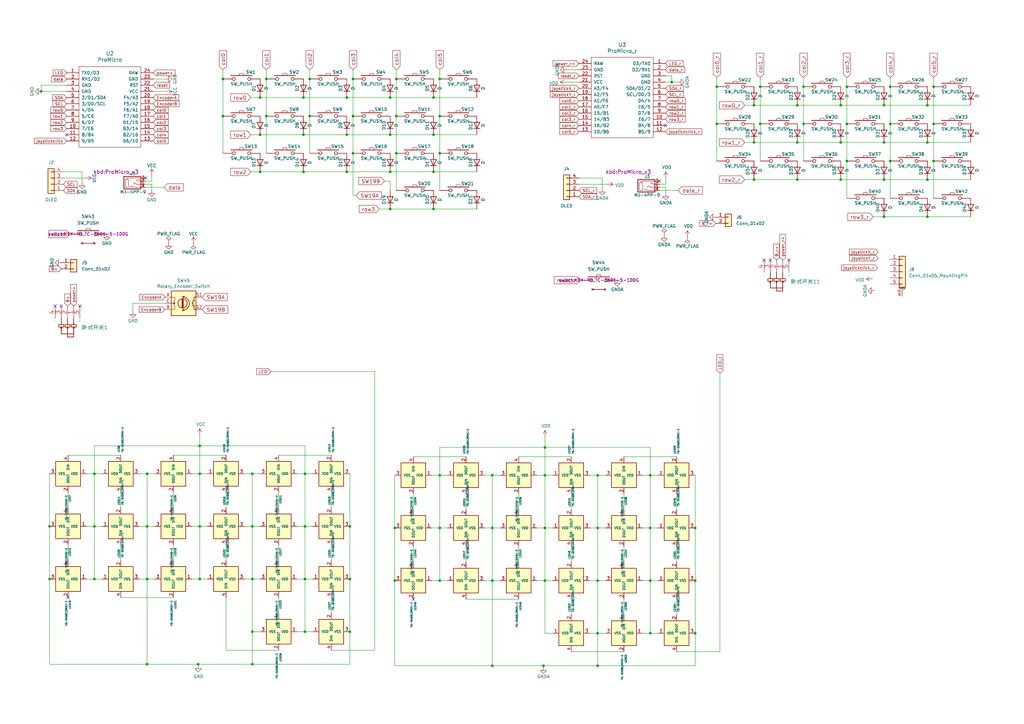
<source format=kicad_sch>
(kicad_sch (version 20230121) (generator eeschema)
  (paper "A3")
  (title_block (title "Corne Cherry") (date "2020-09-28") (rev "3.0.1") (company "foostan"))
  (junction (at 142.24 40.005))
  (junction (at 223.52 238.125))
  (junction (at 127 47.625))
  (junction (at 180.34 216.535))
  (junction (at 362.585 58.42))
  (junction (at 60.325 272.415))
  (junction (at 160.02 70.485))
  (junction (at 125.095 259.08))
  (junction (at 103.505 194.31))
  (junction (at 245.11 273.05))
  (junction (at 161.925 216.535))
  (junction (at 344.805 73.66))
  (junction (at 309.245 73.66))
  (junction (at 162.56 62.865))
  (junction (at 103.505 237.49))
  (junction (at 180.34 194.945))
  (junction (at 309.245 43.18))
  (junction (at 223.52 216.535))
  (junction (at 380.365 58.42))
  (junction (at 177.8 55.245))
  (junction (at 177.8 40.005))
  (junction (at 266.7 238.125))
  (junction (at 329.565 50.8))
  (junction (at 382.905 66.04))
  (junction (at 60.325 194.31))
  (junction (at 81.915 182.88))
  (junction (at 81.915 215.9))
  (junction (at 201.93 216.535))
  (junction (at 245.11 216.535))
  (junction (at 294.005 35.56))
  (junction (at 311.785 50.8))
  (junction (at 142.24 70.485))
  (junction (at 177.8 70.485))
  (junction (at 380.365 43.18))
  (junction (at 109.22 47.625))
  (junction (at 81.28 272.415))
  (junction (at 347.345 35.56))
  (junction (at 125.095 194.31))
  (junction (at 327.025 73.66))
  (junction (at 160.02 40.005))
  (junction (at 294.005 50.8))
  (junction (at 275.5138 33.6804))
  (junction (at 20.32 237.49))
  (junction (at 245.11 238.125))
  (junction (at 180.34 32.385))
  (junction (at 161.925 238.125))
  (junction (at 20.32 215.9))
  (junction (at 38.735 194.31))
  (junction (at 106.68 70.485))
  (junction (at 362.585 73.66))
  (junction (at 347.345 66.04))
  (junction (at 311.785 35.56))
  (junction (at 60.325 237.49))
  (junction (at 160.02 85.725))
  (junction (at 362.585 88.9))
  (junction (at 160.02 55.245))
  (junction (at 125.095 237.49))
  (junction (at 365.125 66.04))
  (junction (at 144.78 47.625))
  (junction (at 144.78 32.385))
  (junction (at 38.735 237.49))
  (junction (at 106.68 55.245))
  (junction (at 380.365 88.9))
  (junction (at 106.68 40.005))
  (junction (at 327.025 43.18))
  (junction (at 285.115 238.125))
  (junction (at 180.34 238.125))
  (junction (at 144.78 62.865))
  (junction (at 201.93 273.05))
  (junction (at 81.915 237.49))
  (junction (at 266.7 194.945))
  (junction (at 162.56 32.385))
  (junction (at 245.11 194.945))
  (junction (at 327.025 58.42))
  (junction (at 365.125 50.8))
  (junction (at 180.34 47.625))
  (junction (at 109.22 32.385))
  (junction (at 143.51 237.49))
  (junction (at 266.7 216.535))
  (junction (at 38.735 215.9))
  (junction (at 285.115 259.715))
  (junction (at 127 32.385))
  (junction (at 81.915 194.31))
  (junction (at 91.44 47.625))
  (junction (at 177.8 85.725))
  (junction (at 124.46 55.245))
  (junction (at 223.52 183.515))
  (junction (at 125.095 215.9))
  (junction (at 344.805 58.42))
  (junction (at 344.805 43.18))
  (junction (at 382.905 35.56))
  (junction (at 103.505 259.08))
  (junction (at 103.505 215.9))
  (junction (at 60.325 215.9))
  (junction (at 380.365 73.66))
  (junction (at 103.505 272.415))
  (junction (at 223.52 194.945))
  (junction (at 365.125 35.56))
  (junction (at 285.115 216.535))
  (junction (at 91.44 32.385))
  (junction (at 309.245 58.42))
  (junction (at 16.9418 37.4904))
  (junction (at 201.93 238.125))
  (junction (at 142.24 55.245))
  (junction (at 347.345 50.8))
  (junction (at 222.885 273.05))
  (junction (at 201.93 194.945))
  (junction (at 329.565 35.56))
  (junction (at 143.51 259.08))
  (junction (at 162.56 47.625))
  (junction (at 124.46 70.485))
  (junction (at 180.34 62.865))
  (junction (at 266.7 259.715))
  (junction (at 124.46 40.005))
  (junction (at 143.51 215.9))
  (junction (at 362.585 43.18))
  (junction (at 245.11 259.715))
  (junction (at 382.905 50.8))
  (no_connect (at 169.545 245.745))
  (no_connect (at 323.5706 106.68))
  (no_connect (at 59.69 73.025))
  (no_connect (at 272.9738 51.4604))
  (no_connect (at 32.766 125.5014))
  (no_connect (at 313.4106 106.68))
  (no_connect (at 27.94 245.11))
  (no_connect (at 315.9506 106.68))
  (no_connect (at 22.606 125.5014))
  (no_connect (at 25.146 125.5014))
  (no_connect (at 270.51 74.295))
  (no_connect (at 27.305 55.2704))
  (wire (pts (xy 241.935 194.945) (xy 245.11 194.945)))
  (wire (pts (xy 311.785 50.8) (xy 311.785 66.04)))
  (wire (pts (xy 92.71 229.87) (xy 92.71 223.52)))
  (wire (pts (xy 91.44 28.575) (xy 91.44 32.385)))
  (wire (pts (xy 294.005 31.75) (xy 294.005 35.56)))
  (wire (pts (xy 234.315 208.915) (xy 234.315 202.565)))
  (wire (pts (xy 106.68 40.005) (xy 124.46 40.005)))
  (wire (pts (xy 161.925 194.945) (xy 161.925 216.535)))
  (wire (pts (xy 38.735 237.49) (xy 38.735 215.9)))
  (wire (pts (xy 177.8 55.245) (xy 195.58 55.245)))
  (wire (pts (xy 26.035 73.025) (xy 34.925 73.025)))
  (wire (pts (xy 266.7 238.125) (xy 269.875 238.125)))
  (wire (pts (xy 255.905 224.155) (xy 255.905 230.505)))
  (wire (pts (xy 263.525 238.125) (xy 266.7 238.125)))
  (wire (pts (xy 71.12 245.11) (xy 49.53 245.11)))
  (wire (pts (xy 223.52 216.535) (xy 226.695 216.535)))
  (wire (pts (xy 241.935 238.125) (xy 245.11 238.125)))
  (wire (pts (xy 91.44 32.385) (xy 91.44 47.625)))
  (wire (pts (xy 309.245 73.66) (xy 327.025 73.66)))
  (wire (pts (xy 143.51 259.08) (xy 143.51 272.415)))
  (wire (pts (xy 162.56 62.865) (xy 162.56 78.105)))
  (wire (pts (xy 33.655 70.485) (xy 26.035 70.485)))
  (wire (pts (xy 62.23 74.295) (xy 62.23 71.755)))
  (wire (pts (xy 125.095 182.88) (xy 81.915 182.88)))
  (wire (pts (xy 128.27 259.08) (xy 125.095 259.08)))
  (wire (pts (xy 111.125 152.4) (xy 153.67 152.4)))
  (wire (pts (xy 162.56 32.385) (xy 162.56 47.625)))
  (wire (pts (xy 125.095 237.49) (xy 125.095 215.9)))
  (wire (pts (xy 270.51 78.105) (xy 278.13 78.105)))
  (wire (pts (xy 157.6832 74.295) (xy 160.02 74.295)))
  (wire (pts (xy 71.12 208.28) (xy 71.12 201.93)))
  (wire (pts (xy 309.245 58.42) (xy 327.025 58.42)))
  (wire (pts (xy 380.365 58.42) (xy 398.145 58.42)))
  (wire (pts (xy 177.165 216.535) (xy 180.34 216.535)))
  (wire (pts (xy 237.49 73.025) (xy 247.015 73.025)))
  (wire (pts (xy 177.8 85.725) (xy 195.58 85.725)))
  (wire (pts (xy 237.4138 33.6804) (xy 232.3338 33.6804)))
  (wire (pts (xy 285.115 273.05) (xy 245.11 273.05)))
  (wire (pts (xy 49.53 208.28) (xy 49.53 201.93)))
  (wire (pts (xy 124.46 70.485) (xy 142.24 70.485)))
  (wire (pts (xy 92.71 245.11) (xy 92.71 266.7)))
  (wire (pts (xy 106.68 70.485) (xy 124.46 70.485)))
  (wire (pts (xy 100.33 215.9) (xy 103.505 215.9)))
  (wire (pts (xy 180.34 216.535) (xy 180.34 194.945)))
  (wire (pts (xy 380.365 88.9) (xy 398.145 88.9)))
  (wire (pts (xy 183.515 238.125) (xy 180.34 238.125)))
  (wire (pts (xy 223.52 194.945) (xy 226.695 194.945)))
  (wire (pts (xy 125.095 194.31) (xy 121.92 194.31)))
  (wire (pts (xy 114.3 223.52) (xy 114.3 229.87)))
  (wire (pts (xy 220.345 216.535) (xy 223.52 216.535)))
  (wire (pts (xy 143.51 272.415) (xy 103.505 272.415)))
  (wire (pts (xy 382.905 66.04) (xy 382.905 81.28)))
  (wire (pts (xy 263.525 216.535) (xy 266.7 216.535)))
  (wire (pts (xy 245.11 238.125) (xy 248.285 238.125)))
  (wire (pts (xy 125.095 194.31) (xy 125.095 215.9)))
  (wire (pts (xy 277.495 224.155) (xy 277.495 230.505)))
  (wire (pts (xy 269.875 259.715) (xy 266.7 259.715)))
  (wire (pts (xy 125.095 259.08) (xy 125.095 237.49)))
  (wire (pts (xy 38.735 194.31) (xy 41.91 194.31)))
  (wire (pts (xy 20.32 237.49) (xy 20.32 272.415)))
  (wire (pts (xy 237.4138 28.6004) (xy 232.3338 28.6004)))
  (wire (pts (xy 241.935 216.535) (xy 245.11 216.535)))
  (wire (pts (xy 33.655 74.93) (xy 33.655 70.485)))
  (wire (pts (xy 191.135 230.505) (xy 191.135 224.155)))
  (wire (pts (xy 161.925 238.125) (xy 161.925 273.05)))
  (wire (pts (xy 234.315 230.505) (xy 234.315 224.155)))
  (wire (pts (xy 81.915 237.49) (xy 85.09 237.49)))
  (wire (pts (xy 106.68 259.08) (xy 103.505 259.08)))
  (wire (pts (xy 198.755 216.535) (xy 201.93 216.535)))
  (wire (pts (xy 329.565 31.75) (xy 329.565 35.56)))
  (wire (pts (xy 380.365 43.18) (xy 398.145 43.18)))
  (wire (pts (xy 237.49 75.565) (xy 248.92 75.565)))
  (wire (pts (xy 127 32.385) (xy 127 47.625)))
  (wire (pts (xy 102.87 40.005) (xy 106.68 40.005)))
  (wire (pts (xy 177.8 70.485) (xy 195.58 70.485)))
  (wire (pts (xy 223.52 183.515) (xy 180.34 183.515)))
  (wire (pts (xy 128.27 194.31) (xy 125.095 194.31)))
  (wire (pts (xy 266.7 194.945) (xy 263.525 194.945)))
  (wire (pts (xy 201.93 273.05) (xy 222.885 273.05)))
  (wire (pts (xy 124.46 55.245) (xy 142.24 55.245)))
  (wire (pts (xy 92.71 186.69) (xy 71.12 186.69)))
  (wire (pts (xy 169.545 224.155) (xy 169.545 230.505)))
  (wire (pts (xy 180.34 47.625) (xy 180.34 62.865)))
  (wire (pts (xy 234.315 187.325) (xy 212.725 187.325)))
  (wire (pts (xy 272.9738 31.1404) (xy 275.5138 31.1404)))
  (wire (pts (xy 266.7 259.715) (xy 263.525 259.715)))
  (wire (pts (xy 223.52 238.125) (xy 226.695 238.125)))
  (wire (pts (xy 59.69 75.565) (xy 62.23 75.565)))
  (wire (pts (xy 62.865 32.4104) (xy 67.945 32.4104)))
  (wire (pts (xy 81.915 182.88) (xy 38.735 182.88)))
  (wire (pts (xy 212.725 245.745) (xy 191.135 245.745)))
  (wire (pts (xy 161.925 216.535) (xy 161.925 238.125)))
  (wire (pts (xy 38.735 215.9) (xy 41.91 215.9)))
  (wire (pts (xy 305.435 58.42) (xy 309.245 58.42)))
  (wire (pts (xy 277.495 245.745) (xy 277.495 252.095)))
  (wire (pts (xy 245.11 216.535) (xy 248.285 216.535)))
  (wire (pts (xy 177.165 238.125) (xy 180.34 238.125)))
  (wire (pts (xy 153.67 266.7) (xy 135.89 266.7)))
  (wire (pts (xy 143.51 194.31) (xy 143.51 215.9)))
  (wire (pts (xy 92.71 208.28) (xy 92.71 201.93)))
  (wire (pts (xy 60.325 272.415) (xy 81.28 272.415)))
  (wire (pts (xy 143.51 215.9) (xy 143.51 237.49)))
  (wire (pts (xy 344.805 43.18) (xy 362.585 43.18)))
  (wire (pts (xy 180.34 194.945) (xy 180.34 183.515)))
  (wire (pts (xy 91.44 47.625) (xy 91.44 62.865)))
  (wire (pts (xy 177.165 194.945) (xy 180.34 194.945)))
  (wire (pts (xy 362.585 73.66) (xy 380.365 73.66)))
  (wire (pts (xy 305.435 43.18) (xy 309.245 43.18)))
  (wire (pts (xy 144.78 28.575) (xy 144.78 32.385)))
  (wire (pts (xy 81.915 215.9) (xy 81.915 194.31)))
  (wire (pts (xy 59.69 76.835) (xy 67.31 76.835)))
  (wire (pts (xy 365.125 35.56) (xy 365.125 50.8)))
  (wire (pts (xy 155.575 85.725) (xy 160.02 85.725)))
  (wire (pts (xy 201.93 238.125) (xy 201.93 273.05)))
  (wire (pts (xy 109.22 47.625) (xy 109.22 62.865)))
  (wire (pts (xy 81.28 272.415) (xy 81.28 273.05)))
  (wire (pts (xy 81.915 194.31) (xy 81.915 182.88)))
  (wire (pts (xy 59.69 74.295) (xy 62.23 74.295)))
  (wire (pts (xy 60.325 237.49) (xy 60.325 272.415)))
  (wire (pts (xy 223.52 179.07) (xy 223.52 183.515)))
  (wire (pts (xy 220.345 194.945) (xy 223.52 194.945)))
  (wire (pts (xy 124.46 40.005) (xy 142.24 40.005)))
  (wire (pts (xy 41.91 237.49) (xy 38.735 237.49)))
  (wire (pts (xy 160.02 40.005) (xy 177.8 40.005)))
  (wire (pts (xy 255.905 245.745) (xy 255.905 252.095)))
  (wire (pts (xy 201.93 216.535) (xy 205.105 216.535)))
  (wire (pts (xy 255.905 202.565) (xy 255.905 208.915)))
  (wire (pts (xy 160.02 74.295) (xy 160.02 78.105)))
  (wire (pts (xy 347.345 31.75) (xy 347.345 35.56)))
  (wire (pts (xy 294.005 35.56) (xy 294.005 50.8)))
  (wire (pts (xy 329.565 50.8) (xy 329.565 66.04)))
  (wire (pts (xy 121.92 237.49) (xy 125.095 237.49)))
  (wire (pts (xy 309.245 43.18) (xy 327.025 43.18)))
  (wire (pts (xy 311.785 31.75) (xy 311.785 35.56)))
  (wire (pts (xy 20.32 194.31) (xy 20.32 215.9)))
  (wire (pts (xy 270.51 75.565) (xy 273.05 75.565)))
  (wire (pts (xy 245.11 216.535) (xy 245.11 238.125)))
  (wire (pts (xy 135.89 186.69) (xy 114.3 186.69)))
  (wire (pts (xy 153.67 152.4) (xy 153.67 266.7)))
  (wire (pts (xy 135.89 245.11) (xy 135.89 251.46)))
  (wire (pts (xy 180.34 216.535) (xy 183.515 216.535)))
  (wire (pts (xy 180.34 194.945) (xy 183.515 194.945)))
  (wire (pts (xy 295.275 267.335) (xy 277.495 267.335)))
  (wire (pts (xy 201.93 238.125) (xy 205.105 238.125)))
  (wire (pts (xy 125.095 259.08) (xy 121.92 259.08)))
  (wire (pts (xy 347.345 66.04) (xy 347.345 81.28)))
  (wire (pts (xy 191.135 187.325) (xy 169.545 187.325)))
  (wire (pts (xy 35.56 194.31) (xy 38.735 194.31)))
  (wire (pts (xy 146.0754 80.1878) (xy 144.78 80.1878)))
  (wire (pts (xy 285.115 259.715) (xy 285.115 273.05)))
  (wire (pts (xy 81.28 272.415) (xy 103.505 272.415)))
  (wire (pts (xy 125.095 182.88) (xy 125.095 194.31)))
  (wire (pts (xy 222.885 273.05) (xy 245.11 273.05)))
  (wire (pts (xy 35.56 215.9) (xy 38.735 215.9)))
  (wire (pts (xy 81.915 178.435) (xy 81.915 182.88)))
  (wire (pts (xy 223.52 194.945) (xy 223.52 183.515)))
  (wire (pts (xy 35.56 237.49) (xy 38.735 237.49)))
  (wire (pts (xy 160.02 85.725) (xy 177.8 85.725)))
  (wire (pts (xy 223.52 238.125) (xy 223.52 216.535)))
  (wire (pts (xy 54.5338 127.762) (xy 54.5338 124.4092)))
  (wire (pts (xy 327.025 73.66) (xy 344.805 73.66)))
  (wire (pts (xy 54.5338 124.4092) (xy 67.6656 124.4092)))
  (wire (pts (xy 177.8 40.005) (xy 195.58 40.005)))
  (wire (pts (xy 57.15 215.9) (xy 60.325 215.9)))
  (wire (pts (xy 114.3 245.11) (xy 114.3 251.46)))
  (wire (pts (xy 201.93 216.535) (xy 201.93 238.125)))
  (wire (pts (xy 144.78 32.385) (xy 144.78 47.625)))
  (wire (pts (xy 362.585 58.42) (xy 380.365 58.42)))
  (wire (pts (xy 191.135 208.915) (xy 191.135 202.565)))
  (wire (pts (xy 273.05 75.565) (xy 273.05 73.025)))
  (wire (pts (xy 57.15 194.31) (xy 60.325 194.31)))
  (wire (pts (xy 114.3 201.93) (xy 114.3 208.28)))
  (wire (pts (xy 245.11 259.715) (xy 245.11 273.05)))
  (wire (pts (xy 60.325 237.49) (xy 63.5 237.49)))
  (wire (pts (xy 106.68 55.245) (xy 124.46 55.245)))
  (wire (pts (xy 277.495 202.565) (xy 277.495 208.915)))
  (wire (pts (xy 38.735 215.9) (xy 38.735 194.31)))
  (wire (pts (xy 144.78 80.1878) (xy 144.78 62.865)))
  (wire (pts (xy 266.7 183.515) (xy 223.52 183.515)))
  (wire (pts (xy 198.755 238.125) (xy 201.93 238.125)))
  (wire (pts (xy 295.275 153.035) (xy 295.275 267.335)))
  (wire (pts (xy 245.11 259.715) (xy 241.935 259.715)))
  (wire (pts (xy 201.93 273.05) (xy 161.925 273.05)))
  (wire (pts (xy 201.93 194.945) (xy 201.93 216.535)))
  (wire (pts (xy 205.105 194.945) (xy 201.93 194.945)))
  (wire (pts (xy 106.68 194.31) (xy 103.505 194.31)))
  (wire (pts (xy 27.94 223.52) (xy 27.94 229.87)))
  (wire (pts (xy 266.7 259.715) (xy 266.7 238.125)))
  (wire (pts (xy 234.315 252.095) (xy 234.315 245.745)))
  (wire (pts (xy 311.785 35.56) (xy 311.785 50.8)))
  (wire (pts (xy 16.9418 37.4904) (xy 16.9418 34.9758)))
  (wire (pts (xy 223.52 238.125) (xy 223.52 259.715)))
  (wire (pts (xy 365.125 66.04) (xy 365.125 81.28)))
  (wire (pts (xy 16.9418 37.4904) (xy 27.305 37.4904)))
  (wire (pts (xy 109.22 32.385) (xy 109.22 47.625)))
  (wire (pts (xy 247.015 73.025) (xy 247.015 77.47)))
  (wire (pts (xy 362.585 43.18) (xy 380.365 43.18)))
  (wire (pts (xy 103.505 259.08) (xy 103.505 272.415)))
  (wire (pts (xy 277.495 187.325) (xy 255.905 187.325)))
  (wire (pts (xy 266.7 183.515) (xy 266.7 194.945)))
  (wire (pts (xy 222.885 273.05) (xy 222.885 273.685)))
  (wire (pts (xy 16.9672 34.9758) (xy 16.9672 34.9504)))
  (wire (pts (xy 103.505 194.31) (xy 103.505 215.9)))
  (wire (pts (xy 285.115 194.945) (xy 285.115 216.535)))
  (wire (pts (xy 63.5 194.31) (xy 60.325 194.31)))
  (wire (pts (xy 20.32 215.9) (xy 20.32 237.49)))
  (wire (pts (xy 266.7 194.945) (xy 266.7 216.535)))
  (wire (pts (xy 125.095 215.9) (xy 128.27 215.9)))
  (wire (pts (xy 109.22 28.575) (xy 109.22 32.385)))
  (wire (pts (xy 60.325 194.31) (xy 60.325 215.9)))
  (wire (pts (xy 81.915 237.49) (xy 81.915 215.9)))
  (wire (pts (xy 285.115 216.535) (xy 285.115 238.125)))
  (wire (pts (xy 382.905 31.75) (xy 382.905 35.56)))
  (wire (pts (xy 49.53 229.87) (xy 49.53 223.52)))
  (wire (pts (xy 362.585 88.9) (xy 380.365 88.9)))
  (wire (pts (xy 248.285 259.715) (xy 245.11 259.715)))
  (wire (pts (xy 223.52 259.715) (xy 226.695 259.715)))
  (wire (pts (xy 344.805 58.42) (xy 362.585 58.42)))
  (wire (pts (xy 212.725 224.155) (xy 212.725 230.505)))
  (wire (pts (xy 275.5138 33.6804) (xy 272.9738 33.6804)))
  (wire (pts (xy 127 47.625) (xy 127 62.865)))
  (wire (pts (xy 266.7 216.535) (xy 269.875 216.535)))
  (wire (pts (xy 78.74 237.49) (xy 81.915 237.49)))
  (wire (pts (xy 60.325 272.415) (xy 20.32 272.415)))
  (wire (pts (xy 121.92 215.9) (xy 125.095 215.9)))
  (wire (pts (xy 100.33 237.49) (xy 103.505 237.49)))
  (wire (pts (xy 125.095 237.49) (xy 128.27 237.49)))
  (wire (pts (xy 142.24 40.005) (xy 160.02 40.005)))
  (wire (pts (xy 103.505 237.49) (xy 103.505 259.08)))
  (wire (pts (xy 78.74 194.31) (xy 81.915 194.31)))
  (wire (pts (xy 347.345 50.8) (xy 347.345 66.04)))
  (wire (pts (xy 60.325 215.9) (xy 60.325 237.49)))
  (wire (pts (xy 169.545 202.565) (xy 169.545 208.915)))
  (wire (pts (xy 62.23 75.565) (xy 62.23 78.105)))
  (wire (pts (xy 143.51 237.49) (xy 143.51 259.08)))
  (wire (pts (xy 71.12 223.52) (xy 71.12 229.87)))
  (wire (pts (xy 382.905 50.8) (xy 382.905 66.04)))
  (wire (pts (xy 347.345 35.56) (xy 347.345 50.8)))
  (wire (pts (xy 27.94 201.93) (xy 27.94 208.28)))
  (wire (pts (xy 62.865 37.4904) (xy 68.0212 37.4904)))
  (wire (pts (xy 220.345 238.125) (xy 223.52 238.125)))
  (wire (pts (xy 270.51 76.835) (xy 273.05 76.835)))
  (wire (pts (xy 273.05 76.835) (xy 273.05 79.375)))
  (wire (pts (xy 198.755 194.945) (xy 201.93 194.945)))
  (wire (pts (xy 144.78 47.625) (xy 144.78 62.865)))
  (wire (pts (xy 135.89 223.52) (xy 135.89 229.87)))
  (wire (pts (xy 327.025 58.42) (xy 344.805 58.42)))
  (wire (pts (xy 223.52 216.535) (xy 223.52 194.945)))
  (wire (pts (xy 344.805 73.66) (xy 362.585 73.66)))
  (wire (pts (xy 255.905 267.335) (xy 234.315 267.335)))
  (wire (pts (xy 162.56 28.575) (xy 162.56 32.385)))
  (wire (pts (xy 102.87 70.485) (xy 106.68 70.485)))
  (wire (pts (xy 248.285 194.945) (xy 245.11 194.945)))
  (wire (pts (xy 285.115 238.125) (xy 285.115 259.715)))
  (wire (pts (xy 92.71 266.7) (xy 114.3 266.7)))
  (wire (pts (xy 382.905 35.56) (xy 382.905 50.8)))
  (wire (pts (xy 305.435 73.66) (xy 309.245 73.66)))
  (wire (pts (xy 160.02 70.485) (xy 177.8 70.485)))
  (wire (pts (xy 49.53 186.69) (xy 27.94 186.69)))
  (wire (pts (xy 365.125 50.8) (xy 365.125 66.04)))
  (wire (pts (xy 180.34 238.125) (xy 180.34 216.535)))
  (wire (pts (xy 16.9672 34.9504) (xy 27.305 34.9504)))
  (wire (pts (xy 142.24 70.485) (xy 160.02 70.485)))
  (wire (pts (xy 212.725 208.915) (xy 212.725 202.565)))
  (wire (pts (xy 245.11 238.125) (xy 245.11 259.715)))
  (wire (pts (xy 380.365 73.66) (xy 398.145 73.66)))
  (wire (pts (xy 102.87 55.245) (xy 106.68 55.245)))
  (wire (pts (xy 365.125 31.75) (xy 365.125 35.56)))
  (wire (pts (xy 16.9418 34.9758) (xy 16.9672 34.9758)))
  (wire (pts (xy 103.505 215.9) (xy 103.505 237.49)))
  (wire (pts (xy 278.0538 33.6804) (xy 275.5138 33.6804)))
  (wire (pts (xy 127 28.575) (xy 127 32.385)))
  (wire (pts (xy 38.735 194.31) (xy 38.735 182.88)))
  (wire (pts (xy 269.875 194.945) (xy 266.7 194.945)))
  (wire (pts (xy 358.14 88.9) (xy 362.585 88.9)))
  (wire (pts (xy 103.505 215.9) (xy 106.68 215.9)))
  (wire (pts (xy 135.89 201.93) (xy 135.89 208.28)))
  (wire (pts (xy 100.33 194.31) (xy 103.505 194.31)))
  (wire (pts (xy 180.34 32.385) (xy 180.34 47.625)))
  (wire (pts (xy 266.7 238.125) (xy 266.7 216.535)))
  (wire (pts (xy 81.915 194.31) (xy 85.09 194.31)))
  (wire (pts (xy 162.56 47.625) (xy 162.56 62.865)))
  (wire (pts (xy 57.15 237.49) (xy 60.325 237.49)))
  (wire (pts (xy 329.565 35.56) (xy 329.565 50.8)))
  (wire (pts (xy 103.505 237.49) (xy 106.68 237.49)))
  (wire (pts (xy 245.11 194.945) (xy 245.11 216.535)))
  (wire (pts (xy 142.24 55.245) (xy 160.02 55.245)))
  (wire (pts (xy 294.005 50.8) (xy 294.005 66.04)))
  (wire (pts (xy 157.6832 74.2696) (xy 157.6832 74.295)))
  (wire (pts (xy 60.325 215.9) (xy 63.5 215.9)))
  (wire (pts (xy 160.02 55.245) (xy 177.8 55.245)))
  (wire (pts (xy 180.34 62.865) (xy 180.34 78.105)))
  (wire (pts (xy 81.915 215.9) (xy 85.09 215.9)))
  (wire (pts (xy 78.74 215.9) (xy 81.915 215.9)))
  (wire (pts (xy 327.025 43.18) (xy 344.805 43.18)))
  (wire (pts (xy 275.5138 31.1404) (xy 275.5138 33.6804)))
  (wire (pts (xy 180.34 28.575) (xy 180.34 32.385)))
  (global_label "row3_r" (shape input) (at 358.14 88.9 180) (effects (font (size 1.524 1.524))) (property "Intersheetrefs" "${INTERSHEET_REFS}" (effects hide)))
  (global_label "joystickY_r" (shape input) (at 360.172 105.8672 180) (effects (font (size 1.1938 1.1938))) (property "Intersheetrefs" "${INTERSHEET_REFS}" (effects hide)))
  (global_label "col0" (shape input) (at 91.44 28.575 90) (effects (font (size 1.524 1.524))) (property "Intersheetrefs" "${INTERSHEET_REFS}" (effects hide)))
  (global_label "SCL_r" (shape input) (at 237.49 78.105 0) (effects (font (size 1.1938 1.1938))) (property "Intersheetrefs" "${INTERSHEET_REFS}" (effects hide)))
  (global_label "reset" (shape input) (at 28.575 95.9866 180) (effects (font (size 1.524 1.524))) (property "Intersheetrefs" "${INTERSHEET_REFS}" (effects hide)))
  (global_label "LED_r" (shape input) (at 295.275 153.035 90) (property "Intersheetrefs" "${INTERSHEET_REFS}" (effects hide)))
  (global_label "LED" (shape input) (at 27.305 29.8704 180) (effects (font (size 1.1938 1.1938))) (property "Intersheetrefs" "${INTERSHEET_REFS}" (effects hide)))
  (global_label "LED" (shape input) (at 111.125 152.4 180) (property "Intersheetrefs" "${INTERSHEET_REFS}" (effects hide)))
  (global_label "col1" (shape input) (at 109.22 28.575 90) (effects (font (size 1.524 1.524))) (property "Intersheetrefs" "${INTERSHEET_REFS}" (effects hide)))
  (global_label "col1_r" (shape input) (at 237.4138 43.8404 180) (effects (font (size 1.1938 1.1938))) (property "Intersheetrefs" "${INTERSHEET_REFS}" (effects hide)))
  (global_label "B_r+" (shape input) (at 293.624 91.6178 180) (effects (font (size 1.1938 1.1938))) (property "Intersheetrefs" "${INTERSHEET_REFS}" (effects hide)))
  (global_label "row0" (shape input) (at 102.87 40.005 180) (effects (font (size 1.524 1.524))) (property "Intersheetrefs" "${INTERSHEET_REFS}" (effects hide)))
  (global_label "data" (shape input) (at 27.305 32.4104 180) (effects (font (size 1.1938 1.1938))) (property "Intersheetrefs" "${INTERSHEET_REFS}" (effects hide)))
  (global_label "data_r" (shape input) (at 272.9738 28.6004 0) (effects (font (size 1.1938 1.1938))) (property "Intersheetrefs" "${INTERSHEET_REFS}" (effects hide)))
  (global_label "SW19A" (shape input) (at 146.0754 80.1878 0) (effects (font (size 1.524 1.524))) (property "Intersheetrefs" "${INTERSHEET_REFS}" (effects hide)))
  (global_label "row1_r" (shape input) (at 305.435 58.42 180) (effects (font (size 1.524 1.524))) (property "Intersheetrefs" "${INTERSHEET_REFS}" (effects hide)))
  (global_label "row2" (shape input) (at 102.87 70.485 180) (effects (font (size 1.524 1.524))) (property "Intersheetrefs" "${INTERSHEET_REFS}" (effects hide)))
  (global_label "joystickclick_r" (shape input) (at 272.9738 54.0004 0) (effects (font (size 1.1938 1.1938))) (property "Intersheetrefs" "${INTERSHEET_REFS}" (effects hide)))
  (global_label "B+" (shape input) (at 25.146 110.2868 180) (effects (font (size 1.1938 1.1938))) (property "Intersheetrefs" "${INTERSHEET_REFS}" (effects hide)))
  (global_label "data_r" (shape input) (at 278.13 78.105 0) (effects (font (size 1.524 1.524))) (property "Intersheetrefs" "${INTERSHEET_REFS}" (effects hide)))
  (global_label "LED_r" (shape input) (at 272.9738 26.0604 0) (effects (font (size 1.1938 1.1938))) (property "Intersheetrefs" "${INTERSHEET_REFS}" (effects hide)))
  (global_label "SCL" (shape input) (at 26.035 75.565 0) (effects (font (size 1.1938 1.1938))) (property "Intersheetrefs" "${INTERSHEET_REFS}" (effects hide)))
  (global_label "col0_r" (shape input) (at 237.4138 41.3004 180) (effects (font (size 1.1938 1.1938))) (property "Intersheetrefs" "${INTERSHEET_REFS}" (effects hide)))
  (global_label "power_r+" (shape input) (at 321.0306 106.68 90) (effects (font (size 1.1938 1.1938))) (property "Intersheetrefs" "${INTERSHEET_REFS}" (effects hide)))
  (global_label "col4_r" (shape input) (at 237.4138 51.4604 180) (effects (font (size 1.1938 1.1938))) (property "Intersheetrefs" "${INTERSHEET_REFS}" (effects hide)))
  (global_label "power+" (shape input) (at 62.865 29.8704 0) (effects (font (size 1.1938 1.1938))) (property "Intersheetrefs" "${INTERSHEET_REFS}" (effects hide)))
  (global_label "row1" (shape input) (at 102.87 55.245 180) (effects (font (size 1.524 1.524))) (property "Intersheetrefs" "${INTERSHEET_REFS}" (effects hide)))
  (global_label "SDA" (shape input) (at 26.035 78.105 0) (effects (font (size 1.1938 1.1938))) (property "Intersheetrefs" "${INTERSHEET_REFS}" (effects hide)))
  (global_label "joystickX_r" (shape input) (at 237.4138 36.2204 180) (effects (font (size 1.1938 1.1938))) (property "Intersheetrefs" "${INTERSHEET_REFS}" (effects hide)))
  (global_label "reset" (shape input) (at 62.865 34.9504 0) (effects (font (size 1.1938 1.1938))) (property "Intersheetrefs" "${INTERSHEET_REFS}" (effects hide)))
  (global_label "joystickY_r" (shape input) (at 237.4138 38.7604 180) (effects (font (size 1.1938 1.1938))) (property "Intersheetrefs" "${INTERSHEET_REFS}" (effects hide)))
  (global_label "col2" (shape input) (at 127 28.575 90) (effects (font (size 1.524 1.524))) (property "Intersheetrefs" "${INTERSHEET_REFS}" (effects hide)))
  (global_label "SCL_r" (shape input) (at 272.9738 38.7604 0) (effects (font (size 1.1938 1.1938))) (property "Intersheetrefs" "${INTERSHEET_REFS}" (effects hide)))
  (global_label "col2" (shape input) (at 62.865 50.1904 0) (effects (font (size 1.1938 1.1938))) (property "Intersheetrefs" "${INTERSHEET_REFS}" (effects hide)))
  (global_label "col3_r" (shape input) (at 237.4138 48.9204 180) (effects (font (size 1.1938 1.1938))) (property "Intersheetrefs" "${INTERSHEET_REFS}" (effects hide)))
  (global_label "row1_r" (shape input) (at 272.9738 43.8404 0) (effects (font (size 1.1938 1.1938))) (property "Intersheetrefs" "${INTERSHEET_REFS}" (effects hide)))
  (global_label "row1" (shape input) (at 27.305 47.6504 180) (effects (font (size 1.1938 1.1938))) (property "Intersheetrefs" "${INTERSHEET_REFS}" (effects hide)))
  (global_label "col0_r" (shape input) (at 294.005 31.75 90) (effects (font (size 1.524 1.524))) (property "Intersheetrefs" "${INTERSHEET_REFS}" (effects hide)))
  (global_label "row0_r" (shape input) (at 305.435 43.18 180) (effects (font (size 1.524 1.524))) (property "Intersheetrefs" "${INTERSHEET_REFS}" (effects hide)))
  (global_label "row2" (shape input) (at 27.305 50.1904 180) (effects (font (size 1.1938 1.1938))) (property "Intersheetrefs" "${INTERSHEET_REFS}" (effects hide)))
  (global_label "row0" (shape input) (at 27.305 45.1104 180) (effects (font (size 1.1938 1.1938))) (property "Intersheetrefs" "${INTERSHEET_REFS}" (effects hide)))
  (global_label "joystickclick" (shape input) (at 27.305 57.8104 180) (effects (font (size 1.1938 1.1938))) (property "Intersheetrefs" "${INTERSHEET_REFS}" (effects hide)))
  (global_label "EncoderA" (shape input) (at 67.6656 121.8692 180) (effects (font (size 1.1938 1.1938))) (property "Intersheetrefs" "${INTERSHEET_REFS}" (effects hide)))
  (global_label "col0" (shape input) (at 62.865 45.1104 0) (effects (font (size 1.1938 1.1938))) (property "Intersheetrefs" "${INTERSHEET_REFS}" (effects hide)))
  (global_label "col5_r" (shape input) (at 382.905 31.75 90) (effects (font (size 1.524 1.524))) (property "Intersheetrefs" "${INTERSHEET_REFS}" (effects hide)))
  (global_label "col5" (shape input) (at 180.34 28.575 90) (effects (font (size 1.524 1.524))) (property "Intersheetrefs" "${INTERSHEET_REFS}" (effects hide)))
  (global_label "col5" (shape input) (at 62.865 57.8104 0) (effects (font (size 1.1938 1.1938))) (property "Intersheetrefs" "${INTERSHEET_REFS}" (effects hide)))
  (global_label "SCL" (shape input) (at 27.305 42.5704 180) (effects (font (size 1.1938 1.1938))) (property "Intersheetrefs" "${INTERSHEET_REFS}" (effects hide)))
  (global_label "col5_r" (shape input) (at 237.4138 54.0004 180) (effects (font (size 1.1938 1.1938))) (property "Intersheetrefs" "${INTERSHEET_REFS}" (effects hide)))
  (global_label "row3_r" (shape input) (at 272.9738 48.9204 0) (effects (font (size 1.1938 1.1938))) (property "Intersheetrefs" "${INTERSHEET_REFS}" (effects hide)))
  (global_label "EncoderB" (shape input) (at 62.865 42.5704 0) (effects (font (size 1.1938 1.1938))) (property "Intersheetrefs" "${INTERSHEET_REFS}" (effects hide)))
  (global_label "joystickX_r" (shape input) (at 360.172 103.3272 180) (effects (font (size 1.1938 1.1938))) (property "Intersheetrefs" "${INTERSHEET_REFS}" (effects hide)))
  (global_label "SW19B" (shape input) (at 157.6832 74.2696 180) (effects (font (size 1.524 1.524))) (property "Intersheetrefs" "${INTERSHEET_REFS}" (effects hide)))
  (global_label "row3" (shape input) (at 155.575 85.725 180) (effects (font (size 1.524 1.524))) (property "Intersheetrefs" "${INTERSHEET_REFS}" (effects hide)))
  (global_label "row0_r" (shape input) (at 272.9738 41.3004 0) (effects (font (size 1.1938 1.1938))) (property "Intersheetrefs" "${INTERSHEET_REFS}" (effects hide)))
  (global_label "col1" (shape input) (at 62.865 47.6504 0) (effects (font (size 1.1938 1.1938))) (property "Intersheetrefs" "${INTERSHEET_REFS}" (effects hide)))
  (global_label "col4" (shape input) (at 162.56 28.575 90) (effects (font (size 1.524 1.524))) (property "Intersheetrefs" "${INTERSHEET_REFS}" (effects hide)))
  (global_label "col4" (shape input) (at 62.865 55.2704 0) (effects (font (size 1.1938 1.1938))) (property "Intersheetrefs" "${INTERSHEET_REFS}" (effects hide)))
  (global_label "EncoderA" (shape input) (at 62.865 40.0304 0) (effects (font (size 1.1938 1.1938))) (property "Intersheetrefs" "${INTERSHEET_REFS}" (effects hide)))
  (global_label "col4_r" (shape input) (at 365.125 31.75 90) (effects (font (size 1.524 1.524))) (property "Intersheetrefs" "${INTERSHEET_REFS}" (effects hide)))
  (global_label "col1_r" (shape input) (at 311.785 31.75 90) (effects (font (size 1.524 1.524))) (property "Intersheetrefs" "${INTERSHEET_REFS}" (effects hide)))
  (global_label "row2_r" (shape input) (at 305.435 73.66 180) (effects (font (size 1.524 1.524))) (property "Intersheetrefs" "${INTERSHEET_REFS}" (effects hide)))
  (global_label "SDA_r" (shape input) (at 272.9738 36.2204 0) (effects (font (size 1.1938 1.1938))) (property "Intersheetrefs" "${INTERSHEET_REFS}" (effects hide)))
  (global_label "power_r+" (shape input) (at 237.4138 26.0604 180) (effects (font (size 1.1938 1.1938))) (property "Intersheetrefs" "${INTERSHEET_REFS}" (effects hide)))
  (global_label "EncoderB" (shape input) (at 67.6656 126.9492 180) (effects (font (size 1.1938 1.1938))) (property "Intersheetrefs" "${INTERSHEET_REFS}" (effects hide)))
  (global_label "SW19B" (shape input) (at 82.9056 126.9492 0) (effects (font (size 1.524 1.524))) (property "Intersheetrefs" "${INTERSHEET_REFS}" (effects hide)))
  (global_label "power+" (shape input) (at 30.226 125.5014 90) (effects (font (size 1.1938 1.1938))) (property "Intersheetrefs" "${INTERSHEET_REFS}" (effects hide)))
  (global_label "SDA" (shape input) (at 27.305 40.0304 180) (effects (font (size 1.1938 1.1938))) (property "Intersheetrefs" "${INTERSHEET_REFS}" (effects hide)))
  (global_label "row2_r" (shape input) (at 272.9738 46.3804 0) (effects (font (size 1.1938 1.1938))) (property "Intersheetrefs" "${INTERSHEET_REFS}" (effects hide)))
  (global_label "col2_r" (shape input) (at 329.565 31.75 90) (effects (font (size 1.524 1.524))) (property "Intersheetrefs" "${INTERSHEET_REFS}" (effects hide)))
  (global_label "SW19A" (shape input) (at 82.9056 121.8692 0) (effects (font (size 1.524 1.524))) (property "Intersheetrefs" "${INTERSHEET_REFS}" (effects hide)))
  (global_label "col3_r" (shape input) (at 347.345 31.75 90) (effects (font (size 1.524 1.524))) (property "Intersheetrefs" "${INTERSHEET_REFS}" (effects hide)))
  (global_label "col2_r" (shape input) (at 237.4138 46.3804 180) (effects (font (size 1.1938 1.1938))) (property "Intersheetrefs" "${INTERSHEET_REFS}" (effects hide)))
  (global_label "reset_r" (shape input) (at 237.4138 31.1404 180) (effects (font (size 1.1938 1.1938))) (property "Intersheetrefs" "${INTERSHEET_REFS}" (effects hide)))
  (global_label "joystickclick_r" (shape input) (at 359.9688 109.8296 180) (effects (font (size 1.1938 1.1938))) (property "Intersheetrefs" "${INTERSHEET_REFS}" (effects hide)))
  (global_label "SDA_r" (shape input) (at 237.49 80.645 0) (effects (font (size 1.1938 1.1938))) (property "Intersheetrefs" "${INTERSHEET_REFS}" (effects hide)))
  (global_label "reset_r" (shape input) (at 237.9472 114.9096 180) (effects (font (size 1.524 1.524))) (property "Intersheetrefs" "${INTERSHEET_REFS}" (effects hide)))
  (global_label "col3" (shape input) (at 144.78 28.575 90) (effects (font (size 1.524 1.524))) (property "Intersheetrefs" "${INTERSHEET_REFS}" (effects hide)))
  (global_label "row3" (shape input) (at 27.305 52.7304 180) (effects (font (size 1.1938 1.1938))) (property "Intersheetrefs" "${INTERSHEET_REFS}" (effects hide)))
  (global_label "B_r+" (shape input) (at 318.4906 106.68 90) (effects (font (size 1.1938 1.1938))) (property "Intersheetrefs" "${INTERSHEET_REFS}" (effects hide)))
  (global_label "data" (shape input) (at 67.31 76.835 0) (effects (font (size 1.524 1.524))) (property "Intersheetrefs" "${INTERSHEET_REFS}" (effects hide)))
  (global_label "col3" (shape input) (at 62.865 52.7304 0) (effects (font (size 1.1938 1.1938))) (property "Intersheetrefs" "${INTERSHEET_REFS}" (effects hide)))
  (global_label "B+" (shape input) (at 27.686 125.5014 90) (effects (font (size 1.1938 1.1938))) (property "Intersheetrefs" "${INTERSHEET_REFS}" (effects hide)))
  (symbol (lib_id "kbd:SW_PUSH") (at 116.84 32.385 0) (unit 1)
    (property "Reference" "SW2" (at 120.65 29.591 0))
    (property "Value" "SW_PUSH" (at 116.84 34.417 0))
    (property "Footprint" "kbd:CherryMX_Hotswap" (effects hide))
  )
  (symbol (lib_id "Device:D") (at 124.46 36.195 90) (unit 1)
    (property "Reference" "D2" (at 121.92 36.195 0))
    (property "Value" "D" (at 127 36.195 0))
    (property "Footprint" "kbd:D3_SMD_v2" (effects hide))
  )
  (symbol (lib_id "kbd:SW_PUSH") (at 134.62 32.385 0) (unit 1)
    (property "Reference" "SW3" (at 138.43 29.591 0))
    (property "Value" "SW_PUSH" (at 134.62 34.417 0))
    (property "Footprint" "kbd:CherryMX_Hotswap" (effects hide))
  )
  (symbol (lib_id "Device:D") (at 142.24 36.195 90) (unit 1)
    (property "Reference" "D3" (at 139.7 36.195 0))
    (property "Value" "D" (at 144.78 36.195 0))
    (property "Footprint" "kbd:D3_SMD_v2" (effects hide))
  )
  (symbol (lib_id "kbd:SW_PUSH") (at 152.4 32.385 0) (unit 1)
    (property "Reference" "SW4" (at 156.21 29.591 0))
    (property "Value" "SW_PUSH" (at 152.4 34.417 0))
    (property "Footprint" "kbd:CherryMX_Hotswap" (effects hide))
  )
  (symbol (lib_id "kbd:SW_PUSH") (at 170.18 32.385 0) (unit 1)
    (property "Reference" "SW5" (at 173.99 29.591 0))
    (property "Value" "SW_PUSH" (at 170.18 34.417 0))
    (property "Footprint" "kbd:CherryMX_Hotswap" (effects hide))
  )
  (symbol (lib_id "kbd:SW_PUSH") (at 187.96 32.385 0) (unit 1)
    (property "Reference" "SW6" (at 191.77 29.591 0))
    (property "Value" "SW_PUSH" (at 187.96 34.417 0))
    (property "Footprint" "kbd:CherryMX_Hotswap" (effects hide))
  )
  (symbol (lib_id "Device:D") (at 160.02 36.195 90) (unit 1)
    (property "Reference" "D4" (at 157.48 36.195 0))
    (property "Value" "D" (at 162.56 36.195 0))
    (property "Footprint" "kbd:D3_SMD_v2" (effects hide))
  )
  (symbol (lib_id "Device:D") (at 177.8 36.195 90) (unit 1)
    (property "Reference" "D5" (at 175.26 36.195 0))
    (property "Value" "D" (at 180.34 36.195 0))
    (property "Footprint" "kbd:D3_SMD_v2" (effects hide))
  )
  (symbol (lib_id "Device:D") (at 195.58 36.195 90) (unit 1)
    (property "Reference" "D6" (at 193.04 36.195 0))
    (property "Value" "D" (at 198.12 36.195 0))
    (property "Footprint" "kbd:D3_SMD_v2" (effects hide))
  )
  (symbol (lib_id "kbd:SW_PUSH") (at 99.06 32.385 0) (unit 1)
    (property "Reference" "SW1" (at 102.87 29.591 0))
    (property "Value" "SW_PUSH" (at 99.06 34.417 0))
    (property "Footprint" "kbd:CherryMX_Hotswap" (effects hide))
  )
  (symbol (lib_id "Device:D") (at 106.68 36.195 90) (unit 1)
    (property "Reference" "D1" (at 104.14 36.195 0))
    (property "Value" "D" (at 109.22 36.195 0))
    (property "Footprint" "kbd:D3_SMD_v2" (effects hide))
  )
  (symbol (lib_id "kbd:SW_PUSH") (at 116.84 47.625 0) (unit 1)
    (property "Reference" "SW8" (at 120.65 44.831 0))
    (property "Value" "SW_PUSH" (at 116.84 49.657 0))
    (property "Footprint" "kbd:CherryMX_Hotswap" (effects hide))
  )
  (symbol (lib_id "Device:D") (at 124.46 51.435 90) (unit 1)
    (property "Reference" "D8" (at 121.92 51.435 0))
    (property "Value" "D" (at 127 51.435 0))
    (property "Footprint" "kbd:D3_SMD_v2" (effects hide))
  )
  (symbol (lib_id "kbd:SW_PUSH") (at 134.62 47.625 0) (unit 1)
    (property "Reference" "SW9" (at 138.43 44.831 0))
    (property "Value" "SW_PUSH" (at 134.62 49.657 0))
    (property "Footprint" "kbd:CherryMX_Hotswap" (effects hide))
  )
  (symbol (lib_id "Device:D") (at 142.24 51.435 90) (unit 1)
    (property "Reference" "D9" (at 139.7 51.435 0))
    (property "Value" "D" (at 144.78 51.435 0))
    (property "Footprint" "kbd:D3_SMD_v2" (effects hide))
  )
  (symbol (lib_id "kbd:SW_PUSH") (at 152.4 47.625 0) (unit 1)
    (property "Reference" "SW10" (at 156.21 44.831 0))
    (property "Value" "SW_PUSH" (at 152.4 49.657 0))
    (property "Footprint" "kbd:CherryMX_Hotswap" (effects hide))
  )
  (symbol (lib_id "kbd:SW_PUSH") (at 170.18 47.625 0) (unit 1)
    (property "Reference" "SW11" (at 173.99 44.831 0))
    (property "Value" "SW_PUSH" (at 170.18 49.657 0))
    (property "Footprint" "kbd:CherryMX_Hotswap" (effects hide))
  )
  (symbol (lib_id "kbd:SW_PUSH") (at 187.96 47.625 0) (unit 1)
    (property "Reference" "SW12" (at 191.77 44.831 0))
    (property "Value" "SW_PUSH" (at 187.96 49.657 0))
    (property "Footprint" "kbd:CherryMX_Hotswap" (effects hide))
  )
  (symbol (lib_id "Device:D") (at 160.02 51.435 90) (unit 1)
    (property "Reference" "D10" (at 157.48 51.435 0))
    (property "Value" "D" (at 162.56 51.435 0))
    (property "Footprint" "kbd:D3_SMD_v2" (effects hide))
  )
  (symbol (lib_id "Device:D") (at 177.8 51.435 90) (unit 1)
    (property "Reference" "D11" (at 175.26 51.435 0))
    (property "Value" "D" (at 180.34 51.435 0))
    (property "Footprint" "kbd:D3_SMD_v2" (effects hide))
  )
  (symbol (lib_id "Device:D") (at 195.58 51.435 90) (unit 1)
    (property "Reference" "D12" (at 193.04 51.435 0))
    (property "Value" "D" (at 198.12 51.435 0))
    (property "Footprint" "kbd:D3_SMD_v2" (effects hide))
  )
  (symbol (lib_id "kbd:SW_PUSH") (at 99.06 47.625 0) (unit 1)
    (property "Reference" "SW7" (at 102.87 44.831 0))
    (property "Value" "SW_PUSH" (at 99.06 49.657 0))
    (property "Footprint" "kbd:CherryMX_Hotswap" (effects hide))
  )
  (symbol (lib_id "Device:D") (at 106.68 51.435 90) (unit 1)
    (property "Reference" "D7" (at 104.14 51.435 0))
    (property "Value" "D" (at 109.22 51.435 0))
    (property "Footprint" "kbd:D3_SMD_v2" (effects hide))
  )
  (symbol (lib_id "kbd:SW_PUSH") (at 116.84 62.865 0) (unit 1)
    (property "Reference" "SW14" (at 120.65 60.071 0))
    (property "Value" "SW_PUSH" (at 116.84 64.897 0))
    (property "Footprint" "kbd:CherryMX_Hotswap" (effects hide))
  )
  (symbol (lib_id "Device:D") (at 124.46 66.675 90) (unit 1)
    (property "Reference" "D14" (at 121.92 66.675 0))
    (property "Value" "D" (at 127 66.675 0))
    (property "Footprint" "kbd:D3_SMD_v2" (effects hide))
  )
  (symbol (lib_id "kbd:SW_PUSH") (at 134.62 62.865 0) (unit 1)
    (property "Reference" "SW15" (at 138.43 60.071 0))
    (property "Value" "SW_PUSH" (at 134.62 64.897 0))
    (property "Footprint" "kbd:CherryMX_Hotswap" (effects hide))
  )
  (symbol (lib_id "Device:D") (at 142.24 66.675 90) (unit 1)
    (property "Reference" "D15" (at 139.7 66.675 0))
    (property "Value" "D" (at 144.78 66.675 0))
    (property "Footprint" "kbd:D3_SMD_v2" (effects hide))
  )
  (symbol (lib_id "kbd:SW_PUSH") (at 152.4 62.865 0) (unit 1)
    (property "Reference" "SW16" (at 156.21 60.071 0))
    (property "Value" "SW_PUSH" (at 152.4 64.897 0))
    (property "Footprint" "kbd:CherryMX_Hotswap" (effects hide))
  )
  (symbol (lib_id "kbd:SW_PUSH") (at 170.18 62.865 0) (unit 1)
    (property "Reference" "SW17" (at 173.99 60.071 0))
    (property "Value" "SW_PUSH" (at 170.18 64.897 0))
    (property "Footprint" "kbd:CherryMX_Hotswap" (effects hide))
  )
  (symbol (lib_id "kbd:SW_PUSH") (at 187.96 62.865 0) (unit 1)
    (property "Reference" "SW18" (at 191.77 60.071 0))
    (property "Value" "SW_PUSH" (at 187.96 64.897 0))
    (property "Footprint" "kbd:CherryMX_Hotswap" (effects hide))
  )
  (symbol (lib_id "Device:D") (at 160.02 66.675 90) (unit 1)
    (property "Reference" "D16" (at 157.48 66.675 0))
    (property "Value" "D" (at 162.56 66.675 0))
    (property "Footprint" "kbd:D3_SMD_v2" (effects hide))
  )
  (symbol (lib_id "Device:D") (at 177.8 66.675 90) (unit 1)
    (property "Reference" "D17" (at 175.26 66.675 0))
    (property "Value" "D" (at 180.34 66.675 0))
    (property "Footprint" "kbd:D3_SMD_v2" (effects hide))
  )
  (symbol (lib_id "Device:D") (at 195.58 66.675 90) (unit 1)
    (property "Reference" "D18" (at 193.04 66.675 0))
    (property "Value" "D" (at 198.12 66.675 0))
    (property "Footprint" "kbd:D3_SMD_v2" (effects hide))
  )
  (symbol (lib_id "kbd:SW_PUSH") (at 99.06 62.865 0) (unit 1)
    (property "Reference" "SW13" (at 102.87 60.071 0))
    (property "Value" "SW_PUSH" (at 99.06 64.897 0))
    (property "Footprint" "kbd:CherryMX_Hotswap" (effects hide))
  )
  (symbol (lib_id "Device:D") (at 106.68 66.675 90) (unit 1)
    (property "Reference" "D13" (at 104.14 66.675 0))
    (property "Value" "D" (at 109.22 66.675 0))
    (property "Footprint" "kbd:D3_SMD_v2" (effects hide))
  )
  (symbol (lib_id "kbd:SW_PUSH") (at 170.18 78.105 0) (unit 1)
    (property "Reference" "SW20" (at 173.99 75.311 0))
    (property "Value" "SW_PUSH" (at 170.18 80.137 0))
    (property "Footprint" "kbd:CherryMX_Hotswap" (effects hide))
  )
  (symbol (lib_id "Device:D") (at 177.8 81.915 90) (unit 1)
    (property "Reference" "D20" (at 175.26 81.915 0))
    (property "Value" "D" (at 180.34 81.915 0))
    (property "Footprint" "kbd:D3_SMD_v2" (effects hide))
  )
  (symbol (lib_id "kbd:SW_PUSH") (at 187.96 78.105 0) (unit 1)
    (property "Reference" "SW21" (at 191.77 75.311 0))
    (property "Value" "SW_PUSH" (at 187.96 80.137 0))
    (property "Footprint" "kbd:CherryMX_Hotswap_1.5u" (effects hide))
  )
  (symbol (lib_id "Device:D") (at 195.58 81.915 90) (unit 1)
    (property "Reference" "D21" (at 193.04 81.915 0))
    (property "Value" "D" (at 198.12 81.915 0))
    (property "Footprint" "kbd:D3_SMD_v2" (effects hide))
  )
  (symbol (lib_id "Device:D") (at 160.02 81.915 90) (unit 1)
    (property "Reference" "D19" (at 157.48 81.915 0))
    (property "Value" "D" (at 162.56 81.915 0))
    (property "Footprint" "kbd:D3_SMD_v2" (effects hide))
  )
  (symbol (lib_id "power:GND") (at 67.945 32.4104 90) (unit 1)
    (property "Reference" "#PWR07" (effects hide))
    (property "Value" "GND" (at 71.755 32.4104 0))
  )
  (symbol (lib_id "power:VCC") (at 68.0212 37.4904 270) (unit 1)
    (property "Reference" "#PWR09" (effects hide))
    (property "Value" "VCC" (at 71.8312 37.4904 0))
  )
  (symbol (lib_id "power:GND") (at 16.9418 37.4904 270) (unit 1)
    (property "Reference" "#PWR08" (effects hide))
    (property "Value" "GND" (at 13.1318 37.4904 0))
  )
  (symbol (lib_id "power:GND") (at 69.215 99.695 0) (unit 1)
    (property "Reference" "#PWR04" (effects hide))
    (property "Value" "GND" (at 69.215 103.505 0))
  )
  (symbol (lib_id "power:VCC") (at 79.375 99.695 0) (unit 1)
    (property "Reference" "#PWR05" (effects hide))
    (property "Value" "VCC" (at 79.375 95.885 0))
  )
  (symbol (lib_id "power:PWR_FLAG") (at 79.375 99.695 180) (unit 1)
    (property "Reference" "#FLG02" (effects hide))
    (property "Value" "PWR_FLAG" (at 79.375 103.505 0))
  )
  (symbol (lib_id "power:PWR_FLAG") (at 69.215 99.695 0) (unit 1)
    (property "Reference" "#FLG01" (effects hide))
    (property "Value" "PWR_FLAG" (at 69.215 95.885 0))
  )
  (symbol (lib_id "power:VCC") (at 62.23 71.755 0) (unit 1)
    (property "Reference" "#PWR010" (effects hide))
    (property "Value" "VCC" (at 62.23 67.945 0))
  )
  (symbol (lib_id "power:GND") (at 62.23 78.105 0) (unit 1)
    (property "Reference" "#PWR011" (effects hide))
    (property "Value" "GND" (at 62.23 81.915 0))
  )
  (symbol (lib_id "Connector_Generic:Conn_01x04") (at 20.955 75.565 180) (unit 1)
    (property "Reference" "J2" (at 20.955 66.675 0))
    (property "Value" "OLED" (at 20.955 81.915 0))
    (property "Footprint" "kbd:OLED_1side" (effects hide))
  )
  (symbol (lib_id "power:GND") (at 33.655 74.93 0) (unit 1)
    (property "Reference" "#PWR013" (effects hide))
    (property "Value" "GND" (at 33.655 78.74 0))
  )
  (symbol (lib_id "power:VCC") (at 34.925 73.025 270) (unit 1)
    (property "Reference" "#PWR012" (effects hide))
    (property "Value" "VCC" (at 38.735 73.025 0))
  )
  (symbol (lib_id "kbd:MJ-4PP-9") (at 54.61 74.93 0) (unit 1)
    (property "Reference" "J1" (at 54.61 71.12 0))
    (property "Value" "MJ-4PP-9" (at 54.61 78.74 0))
    (property "Footprint" "kbd:MJ-4PP-9_1side" (effects hide))
  )
  (symbol (lib_id "kbd:SW_PUSH") (at 319.405 35.56 0) (unit 1)
    (property "Reference" "SW23" (at 323.215 32.766 0))
    (property "Value" "SW_PUSH" (at 319.405 37.592 0))
    (property "Footprint" "kbd:CherryMX_Hotswap" (effects hide))
  )
  (symbol (lib_id "Device:D") (at 327.025 39.37 90) (unit 1)
    (property "Reference" "D23" (at 324.485 39.37 0))
    (property "Value" "D" (at 329.565 39.37 0))
    (property "Footprint" "kbd:D3_SMD_v2" (effects hide))
  )
  (symbol (lib_id "kbd:SW_PUSH") (at 337.185 35.56 0) (unit 1)
    (property "Reference" "SW24" (at 340.995 32.766 0))
    (property "Value" "SW_PUSH" (at 337.185 37.592 0))
    (property "Footprint" "kbd:CherryMX_Hotswap" (effects hide))
  )
  (symbol (lib_id "Device:D") (at 344.805 39.37 90) (unit 1)
    (property "Reference" "D24" (at 342.265 39.37 0))
    (property "Value" "D" (at 347.345 39.37 0))
    (property "Footprint" "kbd:D3_SMD_v2" (effects hide))
  )
  (symbol (lib_id "kbd:SW_PUSH") (at 354.965 35.56 0) (unit 1)
    (property "Reference" "SW25" (at 358.775 32.766 0))
    (property "Value" "SW_PUSH" (at 354.965 37.592 0))
    (property "Footprint" "kbd:CherryMX_Hotswap" (effects hide))
  )
  (symbol (lib_id "kbd:SW_PUSH") (at 372.745 35.56 0) (unit 1)
    (property "Reference" "SW26" (at 376.555 32.766 0))
    (property "Value" "SW_PUSH" (at 372.745 37.592 0))
    (property "Footprint" "kbd:CherryMX_Hotswap" (effects hide))
  )
  (symbol (lib_id "kbd:SW_PUSH") (at 390.525 35.56 0) (unit 1)
    (property "Reference" "SW27" (at 394.335 32.766 0))
    (property "Value" "SW_PUSH" (at 390.525 37.592 0))
    (property "Footprint" "kbd:CherryMX_Hotswap" (effects hide))
  )
  (symbol (lib_id "Device:D") (at 362.585 39.37 90) (unit 1)
    (property "Reference" "D25" (at 360.045 39.37 0))
    (property "Value" "D" (at 365.125 39.37 0))
    (property "Footprint" "kbd:D3_SMD_v2" (effects hide))
  )
  (symbol (lib_id "Device:D") (at 380.365 39.37 90) (unit 1)
    (property "Reference" "D26" (at 377.825 39.37 0))
    (property "Value" "D" (at 382.905 39.37 0))
    (property "Footprint" "kbd:D3_SMD_v2" (effects hide))
  )
  (symbol (lib_id "Device:D") (at 398.145 39.37 90) (unit 1)
    (property "Reference" "D27" (at 395.605 39.37 0))
    (property "Value" "D" (at 400.685 39.37 0))
    (property "Footprint" "kbd:D3_SMD_v2" (effects hide))
  )
  (symbol (lib_id "kbd:SW_PUSH") (at 301.625 35.56 0) (unit 1)
    (property "Reference" "SW22" (at 305.435 32.766 0))
    (property "Value" "SW_PUSH" (at 301.625 37.592 0))
    (property "Footprint" "kbd:CherryMX_Hotswap" (effects hide))
  )
  (symbol (lib_id "Device:D") (at 309.245 39.37 90) (unit 1)
    (property "Reference" "D22" (at 306.705 39.37 0))
    (property "Value" "D" (at 311.785 39.37 0))
    (property "Footprint" "kbd:D3_SMD_v2" (effects hide))
  )
  (symbol (lib_id "kbd:SW_PUSH") (at 319.405 50.8 0) (unit 1)
    (property "Reference" "SW29" (at 323.215 48.006 0))
    (property "Value" "SW_PUSH" (at 319.405 52.832 0))
    (property "Footprint" "kbd:CherryMX_Hotswap" (effects hide))
  )
  (symbol (lib_id "Device:D") (at 327.025 54.61 90) (unit 1)
    (property "Reference" "D29" (at 324.485 54.61 0))
    (property "Value" "D" (at 329.565 54.61 0))
    (property "Footprint" "kbd:D3_SMD_v2" (effects hide))
  )
  (symbol (lib_id "kbd:SW_PUSH") (at 337.185 50.8 0) (unit 1)
    (property "Reference" "SW30" (at 340.995 48.006 0))
    (property "Value" "SW_PUSH" (at 337.185 52.832 0))
    (property "Footprint" "kbd:CherryMX_Hotswap" (effects hide))
  )
  (symbol (lib_id "Device:D") (at 344.805 54.61 90) (unit 1)
    (property "Reference" "D30" (at 342.265 54.61 0))
    (property "Value" "D" (at 347.345 54.61 0))
    (property "Footprint" "kbd:D3_SMD_v2" (effects hide))
  )
  (symbol (lib_id "kbd:SW_PUSH") (at 354.965 50.8 0) (unit 1)
    (property "Reference" "SW31" (at 358.775 48.006 0))
    (property "Value" "SW_PUSH" (at 354.965 52.832 0))
    (property "Footprint" "kbd:CherryMX_Hotswap" (effects hide))
  )
  (symbol (lib_id "kbd:SW_PUSH") (at 372.745 50.8 0) (unit 1)
    (property "Reference" "SW32" (at 376.555 48.006 0))
    (property "Value" "SW_PUSH" (at 372.745 52.832 0))
    (property "Footprint" "kbd:CherryMX_Hotswap" (effects hide))
  )
  (symbol (lib_id "kbd:SW_PUSH") (at 390.525 50.8 0) (unit 1)
    (property "Reference" "SW33" (at 394.335 48.006 0))
    (property "Value" "SW_PUSH" (at 390.525 52.832 0))
    (property "Footprint" "kbd:CherryMX_Hotswap" (effects hide))
  )
  (symbol (lib_id "Device:D") (at 362.585 54.61 90) (unit 1)
    (property "Reference" "D31" (at 360.045 54.61 0))
    (property "Value" "D" (at 365.125 54.61 0))
    (property "Footprint" "kbd:D3_SMD_v2" (effects hide))
  )
  (symbol (lib_id "Device:D") (at 380.365 54.61 90) (unit 1)
    (property "Reference" "D32" (at 377.825 54.61 0))
    (property "Value" "D" (at 382.905 54.61 0))
    (property "Footprint" "kbd:D3_SMD_v2" (effects hide))
  )
  (symbol (lib_id "Device:D") (at 398.145 54.61 90) (unit 1)
    (property "Reference" "D33" (at 395.605 54.61 0))
    (property "Value" "D" (at 400.685 54.61 0))
    (property "Footprint" "kbd:D3_SMD_v2" (effects hide))
  )
  (symbol (lib_id "kbd:SW_PUSH") (at 301.625 50.8 0) (unit 1)
    (property "Reference" "SW28" (at 305.435 48.006 0))
    (property "Value" "SW_PUSH" (at 301.625 52.832 0))
    (property "Footprint" "kbd:CherryMX_Hotswap" (effects hide))
  )
  (symbol (lib_id "Device:D") (at 309.245 54.61 90) (unit 1)
    (property "Reference" "D28" (at 306.705 54.61 0))
    (property "Value" "D" (at 311.785 54.61 0))
    (property "Footprint" "kbd:D3_SMD_v2" (effects hide))
  )
  (symbol (lib_id "kbd:SW_PUSH") (at 319.405 66.04 0) (unit 1)
    (property "Reference" "SW35" (at 323.215 63.246 0))
    (property "Value" "SW_PUSH" (at 319.405 68.072 0))
    (property "Footprint" "kbd:CherryMX_Hotswap" (effects hide))
  )
  (symbol (lib_id "Device:D") (at 327.025 69.85 90) (unit 1)
    (property "Reference" "D35" (at 324.485 69.85 0))
    (property "Value" "D" (at 329.565 69.85 0))
    (property "Footprint" "kbd:D3_SMD_v2" (effects hide))
  )
  (symbol (lib_id "kbd:SW_PUSH") (at 337.185 66.04 0) (unit 1)
    (property "Reference" "SW36" (at 340.995 63.246 0))
    (property "Value" "SW_PUSH" (at 337.185 68.072 0))
    (property "Footprint" "kbd:CherryMX_Hotswap" (effects hide))
  )
  (symbol (lib_id "Device:D") (at 344.805 69.85 90) (unit 1)
    (property "Reference" "D36" (at 342.265 69.85 0))
    (property "Value" "D" (at 347.345 69.85 0))
    (property "Footprint" "kbd:D3_SMD_v2" (effects hide))
  )
  (symbol (lib_id "kbd:SW_PUSH") (at 354.965 66.04 0) (unit 1)
    (property "Reference" "SW37" (at 358.775 63.246 0))
    (property "Value" "SW_PUSH" (at 354.965 68.072 0))
    (property "Footprint" "kbd:CherryMX_Hotswap" (effects hide))
  )
  (symbol (lib_id "kbd:SW_PUSH") (at 372.745 66.04 0) (unit 1)
    (property "Reference" "SW38" (at 376.555 63.246 0))
    (property "Value" "SW_PUSH" (at 372.745 68.072 0))
    (property "Footprint" "kbd:CherryMX_Hotswap" (effects hide))
  )
  (symbol (lib_id "kbd:SW_PUSH") (at 390.525 66.04 0) (unit 1)
    (property "Reference" "SW39" (at 394.335 63.246 0))
    (property "Value" "SW_PUSH" (at 390.525 68.072 0))
    (property "Footprint" "kbd:CherryMX_Hotswap" (effects hide))
  )
  (symbol (lib_id "Device:D") (at 362.585 69.85 90) (unit 1)
    (property "Reference" "D37" (at 360.045 69.85 0))
    (property "Value" "D" (at 365.125 69.85 0))
    (property "Footprint" "kbd:D3_SMD_v2" (effects hide))
  )
  (symbol (lib_id "Device:D") (at 380.365 69.85 90) (unit 1)
    (property "Reference" "D38" (at 377.825 69.85 0))
    (property "Value" "D" (at 382.905 69.85 0))
    (property "Footprint" "kbd:D3_SMD_v2" (effects hide))
  )
  (symbol (lib_id "Device:D") (at 398.145 69.85 90) (unit 1)
    (property "Reference" "D39" (at 395.605 69.85 0))
    (property "Value" "D" (at 400.685 69.85 0))
    (property "Footprint" "kbd:D3_SMD_v2" (effects hide))
  )
  (symbol (lib_id "kbd:SW_PUSH") (at 301.625 66.04 0) (unit 1)
    (property "Reference" "SW34" (at 305.435 63.246 0))
    (property "Value" "SW_PUSH" (at 301.625 68.072 0))
    (property "Footprint" "kbd:CherryMX_Hotswap" (effects hide))
  )
  (symbol (lib_id "Device:D") (at 309.245 69.85 90) (unit 1)
    (property "Reference" "D34" (at 306.705 69.85 0))
    (property "Value" "D" (at 311.785 69.85 0))
    (property "Footprint" "kbd:D3_SMD_v2" (effects hide))
  )
  (symbol (lib_id "kbd:SW_PUSH") (at 372.745 81.28 0) (unit 1)
    (property "Reference" "SW41" (at 376.555 78.486 0))
    (property "Value" "SW_PUSH" (at 372.745 83.312 0))
    (property "Footprint" "kbd:CherryMX_Hotswap" (effects hide))
  )
  (symbol (lib_id "Device:D") (at 380.365 85.09 90) (unit 1)
    (property "Reference" "D41" (at 377.825 85.09 0))
    (property "Value" "D" (at 382.905 85.09 0))
    (property "Footprint" "kbd:D3_SMD_v2" (effects hide))
  )
  (symbol (lib_id "kbd:SW_PUSH") (at 390.525 81.28 0) (unit 1)
    (property "Reference" "SW42" (at 394.335 78.486 0))
    (property "Value" "SW_PUSH" (at 390.525 83.312 0))
    (property "Footprint" "kbd:CherryMX_Hotswap_1.5u" (effects hide))
  )
  (symbol (lib_id "Device:D") (at 398.145 85.09 90) (unit 1)
    (property "Reference" "D42" (at 395.605 85.09 0))
    (property "Value" "D" (at 400.685 85.09 0))
    (property "Footprint" "kbd:D3_SMD_v2" (effects hide))
  )
  (symbol (lib_id "kbd:SW_PUSH") (at 354.965 81.28 0) (unit 1)
    (property "Reference" "SW40" (at 358.775 78.486 0))
    (property "Value" "SW_PUSH" (at 354.965 83.312 0))
    (property "Footprint" "kbd:CherryMX_Hotswap" (effects hide))
  )
  (symbol (lib_id "Device:D") (at 362.585 85.09 90) (unit 1)
    (property "Reference" "D40" (at 360.045 85.09 0))
    (property "Value" "D" (at 365.125 85.09 0))
    (property "Footprint" "kbd:D3_SMD_v2" (effects hide))
  )
  (symbol (lib_id "power:GNDA") (at 232.3338 28.6004 270) (mirror x) (unit 1)
    (property "Reference" "#PWR017" (effects hide))
    (property "Value" "GNDA" (at 228.5238 28.6004 0))
  )
  (symbol (lib_id "power:GNDA") (at 278.0538 33.6804 90) (mirror x) (unit 1)
    (property "Reference" "#PWR018" (effects hide))
    (property "Value" "GNDA" (at 281.8638 33.6804 0))
  )
  (symbol (lib_id "power:GNDA") (at 273.05 79.375 0) (unit 1)
    (property "Reference" "#PWR022" (effects hide))
    (property "Value" "GNDA" (at 273.05 83.185 0))
  )
  (symbol (lib_id "Connector_Generic:Conn_01x04") (at 232.41 78.105 180) (unit 1)
    (property "Reference" "J4" (at 232.41 69.215 0))
    (property "Value" "OLED" (at 232.41 84.455 0))
    (property "Footprint" "kbd:OLED_1side" (effects hide))
  )
  (symbol (lib_id "power:GNDA") (at 247.015 77.47 0) (unit 1)
    (property "Reference" "#PWR024" (effects hide))
    (property "Value" "GNDA" (at 247.015 81.28 0))
  )
  (symbol (lib_id "kbd:MJ-4PP-9") (at 265.43 76.2 0) (unit 1)
    (property "Reference" "J3" (at 265.43 72.39 0))
    (property "Value" "MJ-4PP-9" (at 265.43 80.01 0))
    (property "Footprint" "kbd:MJ-4PP-9_1side" (effects hide))
  )
  (symbol (lib_id "power:VDD") (at 232.3338 33.6804 90) (mirror x) (unit 1)
    (property "Reference" "#PWR019" (effects hide))
    (property "Value" "VDD" (at 229.0826 34.1122 90) (effects (justify left)))
  )
  (symbol (lib_id "power:VDD") (at 248.92 75.565 270) (unit 1)
    (property "Reference" "#PWR023" (effects hide))
    (property "Value" "VDD" (at 252.1712 75.9968 90) (effects (justify left)))
  )
  (symbol (lib_id "power:VDD") (at 273.05 73.025 0) (unit 1)
    (property "Reference" "#PWR021" (effects hide))
    (property "Value" "VDD" (at 273.4818 68.6308 0))
  )
  (symbol (lib_id "power:PWR_FLAG") (at 281.94 97.155 180) (unit 1)
    (property "Reference" "#FLG04" (effects hide))
    (property "Value" "PWR_FLAG" (at 281.94 100.965 0))
  )
  (symbol (lib_id "power:VDD") (at 281.94 97.155 0) (unit 1)
    (property "Reference" "#PWR016" (effects hide))
    (property "Value" "VDD" (at 282.3718 92.7608 0))
  )
  (symbol (lib_id "power:GNDA") (at 272.415 96.52 0) (unit 1)
    (property "Reference" "#PWR015" (effects hide))
    (property "Value" "GNDA" (at 272.415 100.33 0))
  )
  (symbol (lib_id "power:PWR_FLAG") (at 272.415 96.52 0) (unit 1)
    (property "Reference" "#FLG03" (effects hide))
    (property "Value" "PWR_FLAG" (at 272.415 92.71 0))
  )
  (symbol (lib_id "kbd:YS-SK6812MINI-E") (at 27.94 194.31 270) (unit 1)
    (property "Reference" "LED7" (at 28.702 203.0476 0) (effects (font (size 0.7366 0.7366)) (justify left)))
    (property "Value" "YS-SK6812MINI-E" (at 27.2034 203.0476 0) (effects (font (size 0.7366 0.7366)) (justify left)))
    (property "Footprint" "kbd:YS-SK6812MINI-E" (effects hide))
  )
  (symbol (lib_id "kbd:YS-SK6812MINI-E") (at 49.53 194.31 90) (unit 1)
    (property "Reference" "LED8" (at 48.768 185.5724 0) (effects (font (size 0.7366 0.7366)) (justify left)))
    (property "Value" "YS-SK6812MINI-E" (at 50.2666 185.5724 0) (effects (font (size 0.7366 0.7366)) (justify left)))
    (property "Footprint" "kbd:YS-SK6812MINI-E" (effects hide))
  )
  (symbol (lib_id "kbd:YS-SK6812MINI-E") (at 71.12 194.31 270) (unit 1)
    (property "Reference" "LED9" (at 71.882 203.0476 0) (effects (font (size 0.7366 0.7366)) (justify left)))
    (property "Value" "YS-SK6812MINI-E" (at 70.3834 203.0476 0) (effects (font (size 0.7366 0.7366)) (justify left)))
    (property "Footprint" "kbd:YS-SK6812MINI-E" (effects hide))
  )
  (symbol (lib_id "kbd:YS-SK6812MINI-E") (at 92.71 194.31 90) (unit 1)
    (property "Reference" "LED10" (at 91.948 185.5724 0) (effects (font (size 0.7366 0.7366)) (justify left)))
    (property "Value" "YS-SK6812MINI-E" (at 93.4466 185.5724 0) (effects (font (size 0.7366 0.7366)) (justify left)))
    (property "Footprint" "kbd:YS-SK6812MINI-E" (effects hide))
  )
  (symbol (lib_id "kbd:YS-SK6812MINI-E") (at 114.3 194.31 270) (unit 1)
    (property "Reference" "LED11" (at 115.062 203.0476 0) (effects (font (size 0.7366 0.7366)) (justify left)))
    (property "Value" "YS-SK6812MINI-E" (at 113.5634 203.0476 0) (effects (font (size 0.7366 0.7366)) (justify left)))
    (property "Footprint" "kbd:YS-SK6812MINI-E" (effects hide))
  )
  (symbol (lib_id "kbd:YS-SK6812MINI-E") (at 135.89 194.31 90) (unit 1)
    (property "Reference" "LED12" (at 135.128 185.5724 0) (effects (font (size 0.7366 0.7366)) (justify left)))
    (property "Value" "YS-SK6812MINI-E" (at 136.6266 185.5724 0) (effects (font (size 0.7366 0.7366)) (justify left)))
    (property "Footprint" "kbd:YS-SK6812MINI-E" (effects hide))
  )
  (symbol (lib_id "kbd:YS-SK6812MINI-E") (at 27.94 215.9 270) (unit 1)
    (property "Reference" "LED13" (at 28.702 224.6376 0) (effects (font (size 0.7366 0.7366)) (justify left)))
    (property "Value" "YS-SK6812MINI-E" (at 27.2034 224.6376 0) (effects (font (size 0.7366 0.7366)) (justify left)))
    (property "Footprint" "kbd:YS-SK6812MINI-E" (effects hide))
  )
  (symbol (lib_id "kbd:YS-SK6812MINI-E") (at 49.53 215.9 90) (unit 1)
    (property "Reference" "LED14" (at 48.768 207.1624 0) (effects (font (size 0.7366 0.7366)) (justify left)))
    (property "Value" "YS-SK6812MINI-E" (at 50.2666 207.1624 0) (effects (font (size 0.7366 0.7366)) (justify left)))
    (property "Footprint" "kbd:YS-SK6812MINI-E" (effects hide))
  )
  (symbol (lib_id "kbd:YS-SK6812MINI-E") (at 71.12 215.9 270) (unit 1)
    (property "Reference" "LED15" (at 71.882 224.6376 0) (effects (font (size 0.7366 0.7366)) (justify left)))
    (property "Value" "YS-SK6812MINI-E" (at 70.3834 224.6376 0) (effects (font (size 0.7366 0.7366)) (justify left)))
    (property "Footprint" "kbd:YS-SK6812MINI-E" (effects hide))
  )
  (symbol (lib_id "kbd:YS-SK6812MINI-E") (at 92.71 215.9 90) (unit 1)
    (property "Reference" "LED16" (at 91.948 207.1624 0) (effects (font (size 0.7366 0.7366)) (justify left)))
    (property "Value" "YS-SK6812MINI-E" (at 93.4466 207.1624 0) (effects (font (size 0.7366 0.7366)) (justify left)))
    (property "Footprint" "kbd:YS-SK6812MINI-E" (effects hide))
  )
  (symbol (lib_id "kbd:YS-SK6812MINI-E") (at 114.3 215.9 270) (unit 1)
    (property "Reference" "LED17" (at 115.062 224.6376 0) (effects (font (size 0.7366 0.7366)) (justify left)))
    (property "Value" "YS-SK6812MINI-E" (at 113.5634 224.6376 0) (effects (font (size 0.7366 0.7366)) (justify left)))
    (property "Footprint" "kbd:YS-SK6812MINI-E" (effects hide))
  )
  (symbol (lib_id "kbd:YS-SK6812MINI-E") (at 135.89 215.9 90) (unit 1)
    (property "Reference" "LED18" (at 135.128 207.1624 0) (effects (font (size 0.7366 0.7366)) (justify left)))
    (property "Value" "YS-SK6812MINI-E" (at 136.6266 207.1624 0) (effects (font (size 0.7366 0.7366)) (justify left)))
    (property "Footprint" "kbd:YS-SK6812MINI-E" (effects hide))
  )
  (symbol (lib_id "kbd:YS-SK6812MINI-E") (at 27.94 237.49 270) (unit 1)
    (property "Reference" "LED19" (at 28.702 246.2276 0) (effects (font (size 0.7366 0.7366)) (justify left)))
    (property "Value" "YS-SK6812MINI-E" (at 27.2034 246.2276 0) (effects (font (size 0.7366 0.7366)) (justify left)))
    (property "Footprint" "kbd:YS-SK6812MINI-E" (effects hide))
  )
  (symbol (lib_id "kbd:YS-SK6812MINI-E") (at 49.53 237.49 90) (unit 1)
    (property "Reference" "LED20" (at 48.768 228.7524 0) (effects (font (size 0.7366 0.7366)) (justify left)))
    (property "Value" "YS-SK6812MINI-E" (at 50.2666 228.7524 0) (effects (font (size 0.7366 0.7366)) (justify left)))
    (property "Footprint" "kbd:YS-SK6812MINI-E" (effects hide))
  )
  (symbol (lib_id "kbd:YS-SK6812MINI-E") (at 71.12 237.49 270) (unit 1)
    (property "Reference" "LED21" (at 71.882 246.2276 0) (effects (font (size 0.7366 0.7366)) (justify left)))
    (property "Value" "YS-SK6812MINI-E" (at 70.3834 246.2276 0) (effects (font (size 0.7366 0.7366)) (justify left)))
    (property "Footprint" "kbd:YS-SK6812MINI-E" (effects hide))
  )
  (symbol (lib_id "kbd:YS-SK6812MINI-E") (at 92.71 237.49 90) (unit 1)
    (property "Reference" "LED22" (at 91.948 228.7524 0) (effects (font (size 0.7366 0.7366)) (justify left)))
    (property "Value" "YS-SK6812MINI-E" (at 93.4466 228.7524 0) (effects (font (size 0.7366 0.7366)) (justify left)))
    (property "Footprint" "kbd:YS-SK6812MINI-E" (effects hide))
  )
  (symbol (lib_id "kbd:YS-SK6812MINI-E") (at 114.3 237.49 270) (unit 1)
    (property "Reference" "LED23" (at 115.062 246.2276 0) (effects (font (size 0.7366 0.7366)) (justify left)))
    (property "Value" "YS-SK6812MINI-E" (at 113.5634 246.2276 0) (effects (font (size 0.7366 0.7366)) (justify left)))
    (property "Footprint" "kbd:YS-SK6812MINI-E" (effects hide))
  )
  (symbol (lib_id "kbd:YS-SK6812MINI-E") (at 135.89 237.49 90) (unit 1)
    (property "Reference" "LED24" (at 135.128 228.7524 0) (effects (font (size 0.7366 0.7366)) (justify left)))
    (property "Value" "YS-SK6812MINI-E" (at 136.6266 228.7524 0) (effects (font (size 0.7366 0.7366)) (justify left)))
    (property "Footprint" "kbd:YS-SK6812MINI-E" (effects hide))
  )
  (symbol (lib_id "kbd:YS-SK6812MINI-E") (at 114.3 259.08 270) (unit 1)
    (property "Reference" "LED26" (at 115.062 267.8176 0) (effects (font (size 0.7366 0.7366)) (justify left)))
    (property "Value" "YS-SK6812MINI-E" (at 113.5634 267.8176 0) (effects (font (size 0.7366 0.7366)) (justify left)))
    (property "Footprint" "kbd:YS-SK6812MINI-E" (effects hide))
  )
  (symbol (lib_id "kbd:YS-SK6812MINI-E") (at 135.89 259.08 90) (unit 1)
    (property "Reference" "LED27" (at 135.128 250.3424 0) (effects (font (size 0.7366 0.7366)) (justify left)))
    (property "Value" "YS-SK6812MINI-E" (at 136.6266 250.3424 0) (effects (font (size 0.7366 0.7366)) (justify left)))
    (property "Footprint" "kbd:YS-SK6812MINI-E" (effects hide))
  )
  (symbol (lib_id "power:VCC") (at 81.915 178.435 0) (unit 1)
    (property "Reference" "#PWR03" (effects hide))
    (property "Value" "VCC" (at 82.3468 174.0408 0))
  )
  (symbol (lib_id "power:GND") (at 81.28 273.05 0) (unit 1)
    (property "Reference" "#PWR014" (effects hide))
    (property "Value" "GND" (at 81.407 277.4442 0))
  )
  (symbol (lib_id "kbd:YS-SK6812MINI-E") (at 169.545 194.945 270) (unit 1)
    (property "Reference" "LED34" (at 170.307 203.6826 0) (effects (font (size 0.7366 0.7366)) (justify left)))
    (property "Value" "YS-SK6812MINI-E" (at 168.8084 203.6826 0) (effects (font (size 0.7366 0.7366)) (justify left)))
    (property "Footprint" "kbd:YS-SK6812MINI-E" (effects hide))
  )
  (symbol (lib_id "kbd:YS-SK6812MINI-E") (at 191.135 194.945 90) (unit 1)
    (property "Reference" "LED35" (at 190.373 186.2074 0) (effects (font (size 0.7366 0.7366)) (justify left)))
    (property "Value" "YS-SK6812MINI-E" (at 191.8716 186.2074 0) (effects (font (size 0.7366 0.7366)) (justify left)))
    (property "Footprint" "kbd:YS-SK6812MINI-E" (effects hide))
  )
  (symbol (lib_id "kbd:YS-SK6812MINI-E") (at 212.725 194.945 270) (unit 1)
    (property "Reference" "LED36" (at 213.487 203.6826 0) (effects (font (size 0.7366 0.7366)) (justify left)))
    (property "Value" "YS-SK6812MINI-E" (at 211.9884 203.6826 0) (effects (font (size 0.7366 0.7366)) (justify left)))
    (property "Footprint" "kbd:YS-SK6812MINI-E" (effects hide))
  )
  (symbol (lib_id "kbd:YS-SK6812MINI-E") (at 234.315 194.945 90) (unit 1)
    (property "Reference" "LED37" (at 233.553 186.2074 0) (effects (font (size 0.7366 0.7366)) (justify left)))
    (property "Value" "YS-SK6812MINI-E" (at 235.0516 186.2074 0) (effects (font (size 0.7366 0.7366)) (justify left)))
    (property "Footprint" "kbd:YS-SK6812MINI-E" (effects hide))
  )
  (symbol (lib_id "kbd:YS-SK6812MINI-E") (at 255.905 194.945 270) (unit 1)
    (property "Reference" "LED38" (at 256.667 203.6826 0) (effects (font (size 0.7366 0.7366)) (justify left)))
    (property "Value" "YS-SK6812MINI-E" (at 255.1684 203.6826 0) (effects (font (size 0.7366 0.7366)) (justify left)))
    (property "Footprint" "kbd:YS-SK6812MINI-E" (effects hide))
  )
  (symbol (lib_id "kbd:YS-SK6812MINI-E") (at 277.495 194.945 90) (unit 1)
    (property "Reference" "LED39" (at 276.733 186.2074 0) (effects (font (size 0.7366 0.7366)) (justify left)))
    (property "Value" "YS-SK6812MINI-E" (at 278.2316 186.2074 0) (effects (font (size 0.7366 0.7366)) (justify left)))
    (property "Footprint" "kbd:YS-SK6812MINI-E" (effects hide))
  )
  (symbol (lib_id "kbd:YS-SK6812MINI-E") (at 169.545 216.535 270) (unit 1)
    (property "Reference" "LED40" (at 170.307 225.2726 0) (effects (font (size 0.7366 0.7366)) (justify left)))
    (property "Value" "YS-SK6812MINI-E" (at 168.8084 225.2726 0) (effects (font (size 0.7366 0.7366)) (justify left)))
    (property "Footprint" "kbd:YS-SK6812MINI-E" (effects hide))
  )
  (symbol (lib_id "kbd:YS-SK6812MINI-E") (at 191.135 216.535 90) (unit 1)
    (property "Reference" "LED41" (at 190.373 207.7974 0) (effects (font (size 0.7366 0.7366)) (justify left)))
    (property "Value" "YS-SK6812MINI-E" (at 191.8716 207.7974 0) (effects (font (size 0.7366 0.7366)) (justify left)))
    (property "Footprint" "kbd:YS-SK6812MINI-E" (effects hide))
  )
  (symbol (lib_id "kbd:YS-SK6812MINI-E") (at 212.725 216.535 270) (unit 1)
    (property "Reference" "LED42" (at 213.487 225.2726 0) (effects (font (size 0.7366 0.7366)) (justify left)))
    (property "Value" "YS-SK6812MINI-E" (at 211.9884 225.2726 0) (effects (font (size 0.7366 0.7366)) (justify left)))
    (property "Footprint" "kbd:YS-SK6812MINI-E" (effects hide))
  )
  (symbol (lib_id "kbd:YS-SK6812MINI-E") (at 234.315 216.535 90) (unit 1)
    (property "Reference" "LED43" (at 233.553 207.7974 0) (effects (font (size 0.7366 0.7366)) (justify left)))
    (property "Value" "YS-SK6812MINI-E" (at 235.0516 207.7974 0) (effects (font (size 0.7366 0.7366)) (justify left)))
    (property "Footprint" "kbd:YS-SK6812MINI-E" (effects hide))
  )
  (symbol (lib_id "kbd:YS-SK6812MINI-E") (at 255.905 216.535 270) (unit 1)
    (property "Reference" "LED44" (at 256.667 225.2726 0) (effects (font (size 0.7366 0.7366)) (justify left)))
    (property "Value" "YS-SK6812MINI-E" (at 255.1684 225.2726 0) (effects (font (size 0.7366 0.7366)) (justify left)))
    (property "Footprint" "kbd:YS-SK6812MINI-E" (effects hide))
  )
  (symbol (lib_id "kbd:YS-SK6812MINI-E") (at 277.495 216.535 90) (unit 1)
    (property "Reference" "LED45" (at 276.733 207.7974 0) (effects (font (size 0.7366 0.7366)) (justify left)))
    (property "Value" "YS-SK6812MINI-E" (at 278.2316 207.7974 0) (effects (font (size 0.7366 0.7366)) (justify left)))
    (property "Footprint" "kbd:YS-SK6812MINI-E" (effects hide))
  )
  (symbol (lib_id "kbd:YS-SK6812MINI-E") (at 169.545 238.125 270) (unit 1)
    (property "Reference" "LED46" (at 170.307 246.8626 0) (effects (font (size 0.7366 0.7366)) (justify left)))
    (property "Value" "YS-SK6812MINI-E" (at 168.8084 246.8626 0) (effects (font (size 0.7366 0.7366)) (justify left)))
    (property "Footprint" "kbd:YS-SK6812MINI-E" (effects hide))
  )
  (symbol (lib_id "kbd:YS-SK6812MINI-E") (at 191.135 238.125 90) (unit 1)
    (property "Reference" "LED47" (at 190.373 229.3874 0) (effects (font (size 0.7366 0.7366)) (justify left)))
    (property "Value" "YS-SK6812MINI-E" (at 191.8716 229.3874 0) (effects (font (size 0.7366 0.7366)) (justify left)))
    (property "Footprint" "kbd:YS-SK6812MINI-E" (effects hide))
  )
  (symbol (lib_id "kbd:YS-SK6812MINI-E") (at 212.725 238.125 270) (unit 1)
    (property "Reference" "LED48" (at 213.487 246.8626 0) (effects (font (size 0.7366 0.7366)) (justify left)))
    (property "Value" "YS-SK6812MINI-E" (at 211.9884 246.8626 0) (effects (font (size 0.7366 0.7366)) (justify left)))
    (property "Footprint" "kbd:YS-SK6812MINI-E" (effects hide))
  )
  (symbol (lib_id "kbd:YS-SK6812MINI-E") (at 234.315 238.125 90) (unit 1)
    (property "Reference" "LED49" (at 233.553 229.3874 0) (effects (font (size 0.7366 0.7366)) (justify left)))
    (property "Value" "YS-SK6812MINI-E" (at 235.0516 229.3874 0) (effects (font (size 0.7366 0.7366)) (justify left)))
    (property "Footprint" "kbd:YS-SK6812MINI-E" (effects hide))
  )
  (symbol (lib_id "kbd:YS-SK6812MINI-E") (at 255.905 238.125 270) (unit 1)
    (property "Reference" "LED50" (at 256.667 246.8626 0) (effects (font (size 0.7366 0.7366)) (justify left)))
    (property "Value" "YS-SK6812MINI-E" (at 255.1684 246.8626 0) (effects (font (size 0.7366 0.7366)) (justify left)))
    (property "Footprint" "kbd:YS-SK6812MINI-E" (effects hide))
  )
  (symbol (lib_id "kbd:YS-SK6812MINI-E") (at 277.495 238.125 90) (unit 1)
    (property "Reference" "LED51" (at 276.733 229.3874 0) (effects (font (size 0.7366 0.7366)) (justify left)))
    (property "Value" "YS-SK6812MINI-E" (at 278.2316 229.3874 0) (effects (font (size 0.7366 0.7366)) (justify left)))
    (property "Footprint" "kbd:YS-SK6812MINI-E" (effects hide))
  )
  (symbol (lib_id "kbd:YS-SK6812MINI-E") (at 234.315 259.715 90) (unit 1)
    (property "Reference" "LED52" (at 233.553 250.9774 0) (effects (font (size 0.7366 0.7366)) (justify left)))
    (property "Value" "YS-SK6812MINI-E" (at 235.0516 250.9774 0) (effects (font (size 0.7366 0.7366)) (justify left)))
    (property "Footprint" "kbd:YS-SK6812MINI-E" (effects hide))
  )
  (symbol (lib_id "kbd:YS-SK6812MINI-E") (at 255.905 259.715 270) (unit 1)
    (property "Reference" "LED53" (at 256.667 268.4526 0) (effects (font (size 0.7366 0.7366)) (justify left)))
    (property "Value" "YS-SK6812MINI-E" (at 255.1684 268.4526 0) (effects (font (size 0.7366 0.7366)) (justify left)))
    (property "Footprint" "kbd:YS-SK6812MINI-E" (effects hide))
  )
  (symbol (lib_id "kbd:YS-SK6812MINI-E") (at 277.495 259.715 90) (unit 1)
    (property "Reference" "LED54" (at 276.733 250.9774 0) (effects (font (size 0.7366 0.7366)) (justify left)))
    (property "Value" "YS-SK6812MINI-E" (at 278.2316 250.9774 0) (effects (font (size 0.7366 0.7366)) (justify left)))
    (property "Footprint" "kbd:YS-SK6812MINI-E" (effects hide))
  )
  (symbol (lib_id "power:VDD") (at 223.52 179.07 0) (unit 1)
    (property "Reference" "#PWR027" (effects hide))
    (property "Value" "VDD" (at 223.9518 174.6758 0))
  )
  (symbol (lib_id "power:GNDA") (at 222.885 273.685 0) (unit 1)
    (property "Reference" "#PWR028" (effects hide))
    (property "Value" "GNDA" (at 222.885 277.495 0))
  )
  (symbol (lib_id "Switch:SK12D07VG5") (at 318.4906 111.76 180) (unit 1)
    (property "Reference" "卧式开关11" (at 324.3834 115.57 0) (effects (font (size 1.524 1.524)) (justify right)))
    (property "Footprint" "switch:SW-TH_SK12D07VG5" (effects hide))
    (property "Name" "=Manufacturer Part" (effects hide))
  )
  (symbol (lib_id "Connector_Generic_MountingPin:Conn_01x05_MountingPin") (at 370.0526 111.4298 0) (unit 1)
    (property "Reference" "J8" (at 372.745 110.5154 0) (effects (justify left)))
    (property "Value" "Conn_01x05_MountingPin" (at 372.745 113.0554 0) (effects (justify left)))
    (property "Footprint" "Connector_FFC-FPC:Molex_200528-0050_1x05-1MP_P1.00mm_Horizontal" (effects hide))
  )
  (symbol (lib_id "power:GNDA") (at 253.1872 114.9096 0) (unit 1)
    (property "Reference" "#PWR02" (effects hide))
    (property "Value" "GNDA" (at 253.1872 118.7196 0))
  )
  (symbol (lib_id "kbd:ProMicro_r") (at 253.9238 43.8404 0) (unit 1)
    (property "Reference" "U3" (at 255.1938 18.3642 0) (effects (font (size 1.524 1.524))))
    (property "Value" "ProMicro_r" (at 255.1938 20.9042 0) (effects (font (size 1.524 1.524))))
    (property "Footprint" "kbd:ProMicro_v3" (at 257.7338 70.5104 0) (effects (font (size 1.524 1.524))))
  )
  (symbol (lib_id "power:GND") (at 43.815 95.9866 0) (unit 1)
    (property "Reference" "#PWR01" (effects hide))
    (property "Value" "GND" (at 43.815 99.7966 0))
  )
  (symbol (lib_id "Switch:TC-3601-5-100G") (at 36.195 95.9866 0) (unit 1)
    (property "Reference" "SW43" (at 36.1188 88.7984 0))
    (property "Value" "SW_PUSH" (at 36.195 91.4654 0))
    (property "Footprint" "switch:KEY-TH_TC-3601-5-100G" (at 36.195 95.9866 0))
  )
  (symbol (lib_id "SofleKeyboard-rescue:Rotary_Encoder_Switch-Device") (at 75.2856 124.4092 0) (unit 1)
    (property "Reference" "SW45" (at 75.2856 115.0874 0))
    (property "Value" "Rotary_Encoder_Switch" (at 75.2856 117.3988 0))
    (property "Footprint" "SofleKeyboard-footprint:RotaryEncoder_Alps_EC11E-Switch_Vertical_H20mm-keebio_modified" (effects hide))
  )
  (symbol (lib_id "power:GNDA") (at 358.6226 119.2276 270) (mirror x) (unit 1)
    (property "Reference" "#PWR031" (effects hide))
    (property "Value" "GNDA" (at 354.8126 119.2276 0))
  )
  (symbol (lib_id "power:GND") (at 25.146 107.7468 270) (unit 1)
    (property "Reference" "#PWR06" (effects hide))
    (property "Value" "GND" (at 21.336 107.7468 0))
  )
  (symbol (lib_id "kbd:ProMicro") (at 45.085 43.8404 0) (unit 1)
    (property "Reference" "U2" (at 45.085 21.971 0) (effects (font (size 1.524 1.524))))
    (property "Value" "ProMicro" (at 45.085 24.511 0) (effects (font (size 1.524 1.524))))
    (property "Footprint" "kbd:ProMicro_v3" (at 47.625 70.5104 0) (effects (font (size 1.524 1.524))))
  )
  (symbol (lib_id "power:GNDA") (at 293.624 89.0778 270) (mirror x) (unit 1)
    (property "Reference" "#PWR026" (effects hide))
    (property "Value" "GNDA" (at 289.814 89.0778 0))
  )
  (symbol (lib_id "Switch:TC-3601-5-100G") (at 245.5672 114.9096 0) (unit 1)
    (property "Reference" "SW44" (at 245.491 107.7214 0))
    (property "Value" "SW_PUSH" (at 245.5672 110.3884 0))
    (property "Footprint" "switch:KEY-TH_TC-3601-5-100G" (at 245.5672 114.9096 0))
  )
  (symbol (lib_id "Connector_Generic:Conn_01x02") (at 30.226 107.7468 0) (unit 1)
    (property "Reference" "J5" (at 33.4518 107.7468 0) (effects (justify left)))
    (property "Value" "Conn_01x02" (at 33.4518 110.2868 0) (effects (justify left)))
    (property "Footprint" "Connector_PinSocket_2.54mm:PinSocket_1x02_P2.54mm_Vertical" (effects hide))
  )
  (symbol (lib_id "power:GND") (at 54.5338 127.762 0) (unit 1)
    (property "Reference" "#PWR020" (effects hide))
    (property "Value" "GND" (at 54.5338 131.572 0))
  )
  (symbol (lib_id "power:VDD") (at 357.886 114.4016 90) (mirror x) (unit 1)
    (property "Reference" "#PWR029" (effects hide))
    (property "Value" "VDD" (at 354.6348 114.8334 90) (effects (justify left)))
  )
  (symbol (lib_id "Connector_Generic:Conn_01x02") (at 298.704 89.0778 0) (unit 1)
    (property "Reference" "J6" (at 301.9298 89.0778 0) (effects (justify left)))
    (property "Value" "Conn_01x02" (at 301.9298 91.6178 0) (effects (justify left)))
    (property "Footprint" "Connector_PinSocket_2.54mm:PinSocket_1x02_P2.54mm_Vertical" (effects hide))
  )
  (symbol (lib_id "Switch:SK12D07VG5") (at 27.686 130.5814 180) (unit 1)
    (property "Reference" "卧式开关1" (at 33.5788 134.3914 0) (effects (font (size 1.524 1.524)) (justify right)))
    (property "Footprint" "switch:SW-TH_SK12D07VG5" (effects hide))
    (property "Name" "=Manufacturer Part" (effects hide))
  )
)
</source>
